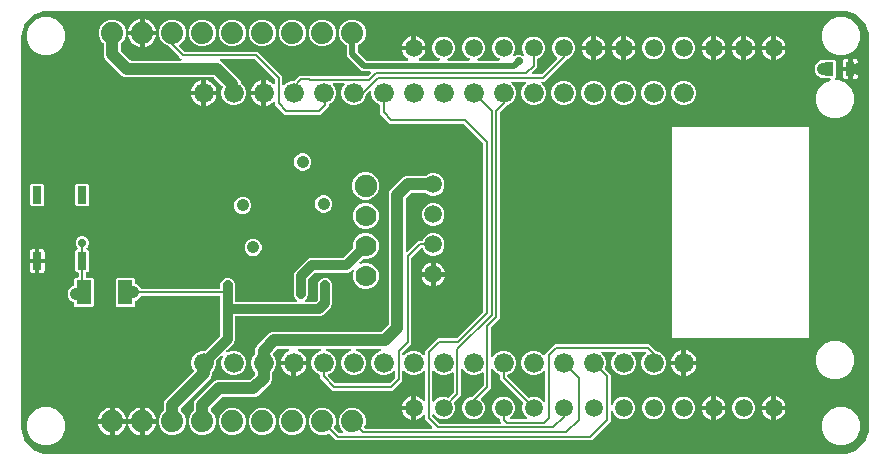
<source format=gbr>
G04 EAGLE Gerber RS-274X export*
G75*
%MOMM*%
%FSLAX34Y34*%
%LPD*%
%INBottom Copper*%
%IPPOS*%
%AMOC8*
5,1,8,0,0,1.08239X$1,22.5*%
G01*
%ADD10C,1.778000*%
%ADD11C,1.900000*%
%ADD12C,1.508000*%
%ADD13R,1.270000X2.060000*%
%ADD14R,0.800000X1.200000*%
%ADD15R,0.762000X1.524000*%
%ADD16C,1.676400*%
%ADD17C,1.879600*%
%ADD18C,1.056400*%
%ADD19C,0.254000*%
%ADD20C,0.706400*%
%ADD21C,0.812800*%
%ADD22C,0.200000*%
%ADD23C,1.016000*%
%ADD24C,0.508000*%

G36*
X702351Y3007D02*
X702351Y3007D01*
X702388Y3004D01*
X705736Y3267D01*
X705876Y3299D01*
X705966Y3313D01*
X712334Y5382D01*
X712336Y5383D01*
X712338Y5383D01*
X712370Y5399D01*
X712587Y5506D01*
X712600Y5517D01*
X712613Y5524D01*
X718029Y9460D01*
X718031Y9461D01*
X718033Y9462D01*
X718058Y9487D01*
X718232Y9656D01*
X718240Y9670D01*
X718250Y9681D01*
X722186Y15097D01*
X722187Y15099D01*
X722189Y15101D01*
X722205Y15132D01*
X722318Y15347D01*
X722321Y15363D01*
X722328Y15376D01*
X724397Y21744D01*
X724412Y21832D01*
X724412Y21833D01*
X724422Y21885D01*
X724443Y21974D01*
X724706Y25322D01*
X724704Y25363D01*
X724709Y25400D01*
X724709Y355600D01*
X724703Y355642D01*
X724706Y355678D01*
X724443Y359026D01*
X724411Y359166D01*
X724397Y359256D01*
X722328Y365624D01*
X722327Y365626D01*
X722327Y365628D01*
X722311Y365660D01*
X722204Y365877D01*
X722193Y365890D01*
X722186Y365903D01*
X718250Y371319D01*
X718249Y371321D01*
X718248Y371323D01*
X718229Y371342D01*
X718215Y371364D01*
X718149Y371424D01*
X718054Y371522D01*
X718040Y371530D01*
X718029Y371540D01*
X712613Y375476D01*
X712611Y375477D01*
X712609Y375479D01*
X712578Y375495D01*
X712363Y375608D01*
X712347Y375611D01*
X712334Y375618D01*
X705966Y377687D01*
X705825Y377712D01*
X705736Y377733D01*
X702388Y377996D01*
X702347Y377994D01*
X702310Y377999D01*
X29210Y377999D01*
X29168Y377993D01*
X29132Y377996D01*
X25784Y377733D01*
X25644Y377701D01*
X25554Y377687D01*
X19186Y375618D01*
X19184Y375617D01*
X19182Y375617D01*
X19150Y375601D01*
X18933Y375494D01*
X18920Y375483D01*
X18907Y375476D01*
X13491Y371540D01*
X13489Y371539D01*
X13487Y371538D01*
X13462Y371513D01*
X13387Y371440D01*
X13322Y371385D01*
X13309Y371364D01*
X13288Y371344D01*
X13280Y371330D01*
X13270Y371319D01*
X9334Y365903D01*
X9333Y365901D01*
X9331Y365899D01*
X9315Y365868D01*
X9202Y365653D01*
X9199Y365637D01*
X9192Y365624D01*
X7123Y359256D01*
X7098Y359115D01*
X7077Y359026D01*
X6814Y355678D01*
X6816Y355637D01*
X6811Y355600D01*
X6811Y25400D01*
X6817Y25358D01*
X6814Y25322D01*
X7077Y21974D01*
X7109Y21834D01*
X7123Y21744D01*
X9192Y15376D01*
X9193Y15374D01*
X9193Y15372D01*
X9209Y15340D01*
X9316Y15123D01*
X9327Y15110D01*
X9334Y15097D01*
X13270Y9681D01*
X13271Y9679D01*
X13272Y9677D01*
X13297Y9652D01*
X13466Y9478D01*
X13480Y9470D01*
X13491Y9460D01*
X18907Y5524D01*
X18909Y5523D01*
X18911Y5521D01*
X18942Y5505D01*
X19157Y5392D01*
X19173Y5389D01*
X19186Y5382D01*
X25554Y3313D01*
X25695Y3288D01*
X25784Y3267D01*
X29132Y3004D01*
X29173Y3006D01*
X29210Y3001D01*
X702310Y3001D01*
X702351Y3007D01*
G37*
%LPC*%
G36*
X273457Y14399D02*
X273457Y14399D01*
X271407Y16450D01*
X267816Y20041D01*
X267808Y20046D01*
X267802Y20054D01*
X267696Y20131D01*
X267590Y20210D01*
X267581Y20213D01*
X267573Y20219D01*
X267450Y20263D01*
X267326Y20310D01*
X267317Y20310D01*
X267308Y20313D01*
X267176Y20321D01*
X267045Y20331D01*
X267036Y20329D01*
X267026Y20330D01*
X266951Y20312D01*
X266769Y20274D01*
X266748Y20262D01*
X266727Y20257D01*
X263887Y19081D01*
X259353Y19081D01*
X255163Y20817D01*
X251957Y24023D01*
X250221Y28213D01*
X250221Y32747D01*
X251957Y36937D01*
X255163Y40143D01*
X259353Y41879D01*
X263887Y41879D01*
X268077Y40143D01*
X271283Y36937D01*
X273019Y32747D01*
X273019Y28213D01*
X271843Y25373D01*
X271840Y25364D01*
X271836Y25356D01*
X271805Y25227D01*
X271773Y25100D01*
X271773Y25091D01*
X271771Y25081D01*
X271777Y24949D01*
X271782Y24818D01*
X271785Y24809D01*
X271785Y24800D01*
X271828Y24675D01*
X271851Y24606D01*
X271857Y24585D01*
X271859Y24581D01*
X271869Y24550D01*
X271874Y24542D01*
X271878Y24533D01*
X271923Y24471D01*
X271964Y24411D01*
X272005Y24345D01*
X272016Y24334D01*
X272028Y24317D01*
X272047Y24302D01*
X272059Y24284D01*
X275650Y20693D01*
X275727Y20636D01*
X275798Y20571D01*
X275839Y20551D01*
X275876Y20524D01*
X275966Y20490D01*
X276052Y20448D01*
X276094Y20442D01*
X276140Y20425D01*
X276267Y20415D01*
X276357Y20401D01*
X278567Y20401D01*
X278599Y20405D01*
X278631Y20403D01*
X278738Y20425D01*
X278846Y20441D01*
X278875Y20454D01*
X278907Y20460D01*
X279003Y20512D01*
X279103Y20557D01*
X279127Y20578D01*
X279156Y20593D01*
X279234Y20669D01*
X279317Y20740D01*
X279335Y20767D01*
X279358Y20790D01*
X279412Y20885D01*
X279472Y20976D01*
X279481Y21007D01*
X279497Y21035D01*
X279522Y21141D01*
X279554Y21246D01*
X279554Y21278D01*
X279562Y21309D01*
X279556Y21419D01*
X279558Y21528D01*
X279549Y21559D01*
X279547Y21591D01*
X279512Y21694D01*
X279482Y21800D01*
X279466Y21827D01*
X279455Y21858D01*
X279402Y21931D01*
X279334Y22040D01*
X279298Y22072D01*
X279273Y22107D01*
X277357Y24023D01*
X275621Y28213D01*
X275621Y32747D01*
X277357Y36937D01*
X280563Y40143D01*
X284753Y41879D01*
X289287Y41879D01*
X293477Y40143D01*
X296683Y36937D01*
X298419Y32747D01*
X298419Y28213D01*
X297412Y25782D01*
X297383Y25668D01*
X297348Y25554D01*
X297348Y25531D01*
X297342Y25509D01*
X297346Y25391D01*
X297344Y25272D01*
X297350Y25250D01*
X297351Y25227D01*
X297388Y25115D01*
X297419Y25000D01*
X297431Y24981D01*
X297438Y24959D01*
X297505Y24861D01*
X297568Y24760D01*
X297585Y24745D01*
X297597Y24726D01*
X297689Y24651D01*
X297777Y24571D01*
X297797Y24561D01*
X297815Y24547D01*
X297924Y24500D01*
X298031Y24448D01*
X298052Y24445D01*
X298074Y24435D01*
X298259Y24413D01*
X298335Y24401D01*
X353753Y24401D01*
X353785Y24405D01*
X353817Y24403D01*
X353924Y24425D01*
X354032Y24441D01*
X354062Y24454D01*
X354093Y24460D01*
X354190Y24512D01*
X354289Y24557D01*
X354314Y24578D01*
X354342Y24593D01*
X354421Y24669D01*
X354504Y24740D01*
X354521Y24767D01*
X354544Y24790D01*
X354598Y24885D01*
X354658Y24976D01*
X354668Y25007D01*
X354683Y25035D01*
X354709Y25141D01*
X354740Y25246D01*
X354741Y25278D01*
X354748Y25309D01*
X354743Y25419D01*
X354744Y25528D01*
X354736Y25559D01*
X354734Y25591D01*
X354698Y25694D01*
X354669Y25800D01*
X354652Y25827D01*
X354642Y25858D01*
X354588Y25931D01*
X354521Y26040D01*
X354485Y26072D01*
X354460Y26107D01*
X350840Y29727D01*
X348789Y31777D01*
X348789Y35034D01*
X348781Y35093D01*
X348781Y35105D01*
X348777Y35118D01*
X348774Y35143D01*
X348765Y35254D01*
X348754Y35283D01*
X348749Y35313D01*
X348704Y35414D01*
X348665Y35517D01*
X348646Y35542D01*
X348633Y35570D01*
X348561Y35654D01*
X348495Y35742D01*
X348470Y35761D01*
X348450Y35785D01*
X348357Y35845D01*
X348269Y35911D01*
X348240Y35922D01*
X348214Y35939D01*
X348108Y35971D01*
X348005Y36010D01*
X347974Y36012D01*
X347944Y36021D01*
X347834Y36023D01*
X347724Y36031D01*
X347693Y36025D01*
X347662Y36025D01*
X347555Y35996D01*
X347448Y35973D01*
X347420Y35958D01*
X347390Y35950D01*
X347296Y35892D01*
X347199Y35840D01*
X347178Y35819D01*
X347150Y35802D01*
X347045Y35685D01*
X346982Y35621D01*
X346779Y35343D01*
X345657Y34221D01*
X344374Y33288D01*
X342960Y32568D01*
X341451Y32077D01*
X341089Y32020D01*
X341089Y40910D01*
X341080Y40973D01*
X341081Y41038D01*
X341060Y41112D01*
X341049Y41189D01*
X341023Y41248D01*
X341006Y41310D01*
X340965Y41376D01*
X340933Y41446D01*
X340891Y41495D01*
X340858Y41550D01*
X340800Y41601D01*
X340750Y41660D01*
X340696Y41696D01*
X340648Y41739D01*
X340579Y41772D01*
X340514Y41815D01*
X340452Y41834D01*
X340395Y41862D01*
X340325Y41872D01*
X340244Y41897D01*
X340159Y41898D01*
X340090Y41909D01*
X339089Y41909D01*
X339089Y41911D01*
X340090Y41911D01*
X340154Y41920D01*
X340218Y41919D01*
X340293Y41940D01*
X340369Y41951D01*
X340428Y41977D01*
X340490Y41994D01*
X340556Y42035D01*
X340626Y42067D01*
X340675Y42109D01*
X340730Y42142D01*
X340782Y42200D01*
X340840Y42250D01*
X340876Y42304D01*
X340919Y42352D01*
X340952Y42421D01*
X340995Y42486D01*
X341014Y42548D01*
X341042Y42606D01*
X341052Y42675D01*
X341077Y42756D01*
X341078Y42841D01*
X341089Y42910D01*
X341089Y51800D01*
X341451Y51743D01*
X342960Y51252D01*
X344374Y50532D01*
X345657Y49599D01*
X346779Y48477D01*
X346982Y48199D01*
X347058Y48119D01*
X347130Y48035D01*
X347156Y48018D01*
X347178Y47996D01*
X347274Y47941D01*
X347366Y47881D01*
X347396Y47872D01*
X347423Y47856D01*
X347530Y47831D01*
X347636Y47799D01*
X347667Y47798D01*
X347697Y47791D01*
X347808Y47796D01*
X347918Y47795D01*
X347948Y47803D01*
X347979Y47805D01*
X348083Y47840D01*
X348190Y47870D01*
X348216Y47886D01*
X348246Y47896D01*
X348336Y47960D01*
X348430Y48018D01*
X348451Y48041D01*
X348476Y48059D01*
X348545Y48145D01*
X348619Y48227D01*
X348632Y48255D01*
X348652Y48280D01*
X348694Y48382D01*
X348742Y48481D01*
X348746Y48510D01*
X348759Y48541D01*
X348775Y48697D01*
X348789Y48786D01*
X348789Y72613D01*
X348785Y72645D01*
X348787Y72678D01*
X348765Y72784D01*
X348749Y72893D01*
X348736Y72922D01*
X348730Y72954D01*
X348678Y73050D01*
X348633Y73150D01*
X348612Y73174D01*
X348597Y73203D01*
X348521Y73281D01*
X348450Y73364D01*
X348423Y73382D01*
X348400Y73405D01*
X348305Y73458D01*
X348214Y73518D01*
X348183Y73528D01*
X348155Y73544D01*
X348049Y73569D01*
X347944Y73601D01*
X347912Y73601D01*
X347881Y73609D01*
X347771Y73603D01*
X347662Y73605D01*
X347631Y73596D01*
X347599Y73594D01*
X347496Y73559D01*
X347390Y73529D01*
X347363Y73512D01*
X347332Y73502D01*
X347259Y73448D01*
X347150Y73381D01*
X347118Y73345D01*
X347083Y73320D01*
X344971Y71208D01*
X341155Y69627D01*
X337025Y69627D01*
X333209Y71208D01*
X331145Y73272D01*
X331119Y73291D01*
X331098Y73316D01*
X331006Y73376D01*
X330919Y73441D01*
X330889Y73453D01*
X330862Y73470D01*
X330757Y73502D01*
X330655Y73541D01*
X330623Y73543D01*
X330592Y73553D01*
X330483Y73554D01*
X330374Y73563D01*
X330342Y73556D01*
X330310Y73557D01*
X330205Y73527D01*
X330098Y73505D01*
X330069Y73490D01*
X330038Y73481D01*
X329945Y73424D01*
X329849Y73373D01*
X329826Y73350D01*
X329798Y73333D01*
X329725Y73252D01*
X329647Y73176D01*
X329631Y73148D01*
X329609Y73124D01*
X329562Y73026D01*
X329508Y72930D01*
X329500Y72899D01*
X329486Y72870D01*
X329472Y72781D01*
X329443Y72656D01*
X329445Y72608D01*
X329439Y72565D01*
X329439Y64845D01*
X321283Y56689D01*
X270537Y56689D01*
X259889Y67337D01*
X259889Y69347D01*
X259888Y69356D01*
X259889Y69366D01*
X259868Y69496D01*
X259849Y69626D01*
X259846Y69635D01*
X259844Y69644D01*
X259787Y69764D01*
X259733Y69883D01*
X259727Y69890D01*
X259723Y69899D01*
X259635Y69998D01*
X259550Y70098D01*
X259542Y70103D01*
X259536Y70110D01*
X259470Y70150D01*
X259314Y70252D01*
X259291Y70259D01*
X259272Y70270D01*
X257009Y71208D01*
X254088Y74129D01*
X252507Y77945D01*
X252507Y82075D01*
X254088Y85891D01*
X257009Y88812D01*
X260014Y90057D01*
X260089Y90101D01*
X260168Y90137D01*
X260209Y90172D01*
X260257Y90200D01*
X260316Y90264D01*
X260382Y90320D01*
X260412Y90366D01*
X260449Y90406D01*
X260489Y90483D01*
X260536Y90556D01*
X260552Y90609D01*
X260577Y90658D01*
X260593Y90743D01*
X260619Y90826D01*
X260619Y90881D01*
X260630Y90935D01*
X260621Y91021D01*
X260622Y91108D01*
X260608Y91161D01*
X260603Y91215D01*
X260570Y91296D01*
X260547Y91380D01*
X260518Y91427D01*
X260498Y91477D01*
X260445Y91546D01*
X260399Y91620D01*
X260358Y91657D01*
X260325Y91700D01*
X260254Y91750D01*
X260190Y91809D01*
X260140Y91833D01*
X260096Y91865D01*
X260014Y91894D01*
X259936Y91932D01*
X259886Y91940D01*
X259830Y91959D01*
X259717Y91966D01*
X259631Y91979D01*
X242221Y91979D01*
X242173Y91973D01*
X242126Y91975D01*
X242034Y91953D01*
X241941Y91939D01*
X241898Y91920D01*
X241851Y91909D01*
X241770Y91862D01*
X241684Y91823D01*
X241648Y91792D01*
X241607Y91768D01*
X241541Y91701D01*
X241470Y91640D01*
X241444Y91600D01*
X241411Y91566D01*
X241367Y91483D01*
X241316Y91404D01*
X241302Y91358D01*
X241279Y91316D01*
X241261Y91224D01*
X241233Y91134D01*
X241233Y91086D01*
X241223Y91040D01*
X241231Y90946D01*
X241229Y90852D01*
X241242Y90806D01*
X241246Y90759D01*
X241280Y90671D01*
X241305Y90580D01*
X241330Y90540D01*
X241347Y90495D01*
X241403Y90420D01*
X241453Y90340D01*
X241488Y90308D01*
X241517Y90270D01*
X241584Y90222D01*
X241662Y90151D01*
X241721Y90123D01*
X241767Y90090D01*
X243215Y89352D01*
X244606Y88341D01*
X245821Y87126D01*
X246832Y85735D01*
X247613Y84203D01*
X248144Y82568D01*
X248232Y82009D01*
X238490Y82009D01*
X238427Y82000D01*
X238362Y82001D01*
X238288Y81980D01*
X238211Y81969D01*
X238152Y81943D01*
X238090Y81926D01*
X238024Y81885D01*
X237954Y81853D01*
X237905Y81811D01*
X237850Y81778D01*
X237799Y81720D01*
X237740Y81670D01*
X237704Y81616D01*
X237661Y81568D01*
X237628Y81499D01*
X237585Y81434D01*
X237566Y81372D01*
X237538Y81315D01*
X237528Y81245D01*
X237503Y81164D01*
X237502Y81079D01*
X237491Y81010D01*
X237491Y80009D01*
X237489Y80009D01*
X237489Y81010D01*
X237481Y81068D01*
X237481Y81070D01*
X237480Y81073D01*
X237480Y81074D01*
X237481Y81138D01*
X237460Y81213D01*
X237449Y81289D01*
X237423Y81348D01*
X237406Y81410D01*
X237365Y81476D01*
X237333Y81546D01*
X237291Y81595D01*
X237258Y81650D01*
X237200Y81702D01*
X237150Y81760D01*
X237096Y81796D01*
X237048Y81839D01*
X236979Y81872D01*
X236914Y81915D01*
X236852Y81934D01*
X236794Y81962D01*
X236725Y81972D01*
X236644Y81997D01*
X236559Y81998D01*
X236490Y82009D01*
X226748Y82009D01*
X226836Y82568D01*
X227367Y84203D01*
X228148Y85735D01*
X229159Y87126D01*
X230374Y88341D01*
X231765Y89352D01*
X233213Y90090D01*
X233252Y90117D01*
X233296Y90137D01*
X233367Y90198D01*
X233444Y90252D01*
X233474Y90289D01*
X233510Y90320D01*
X233561Y90399D01*
X233620Y90472D01*
X233638Y90516D01*
X233664Y90556D01*
X233692Y90646D01*
X233728Y90733D01*
X233733Y90780D01*
X233747Y90826D01*
X233748Y90920D01*
X233758Y91013D01*
X233750Y91060D01*
X233751Y91108D01*
X233725Y91199D01*
X233709Y91291D01*
X233688Y91334D01*
X233675Y91380D01*
X233626Y91460D01*
X233584Y91544D01*
X233552Y91579D01*
X233527Y91620D01*
X233457Y91683D01*
X233394Y91752D01*
X233353Y91777D01*
X233318Y91809D01*
X233233Y91850D01*
X233153Y91898D01*
X233107Y91911D01*
X233064Y91932D01*
X232983Y91944D01*
X232881Y91972D01*
X232815Y91971D01*
X232759Y91979D01*
X224327Y91979D01*
X224232Y91966D01*
X224136Y91961D01*
X224093Y91946D01*
X224048Y91939D01*
X223960Y91900D01*
X223869Y91868D01*
X223835Y91843D01*
X223791Y91823D01*
X223693Y91740D01*
X223620Y91687D01*
X220065Y88131D01*
X220027Y88080D01*
X219980Y88035D01*
X219942Y87968D01*
X219896Y87906D01*
X219873Y87846D01*
X219841Y87790D01*
X219824Y87714D01*
X219796Y87642D01*
X219791Y87578D01*
X219777Y87515D01*
X219780Y87438D01*
X219774Y87361D01*
X219788Y87298D01*
X219791Y87234D01*
X219816Y87161D01*
X219832Y87085D01*
X219862Y87028D01*
X219883Y86967D01*
X219925Y86911D01*
X219965Y86836D01*
X220024Y86775D01*
X220065Y86718D01*
X220892Y85891D01*
X222473Y82075D01*
X222473Y77945D01*
X220892Y74129D01*
X219463Y72700D01*
X219406Y72623D01*
X219341Y72552D01*
X219321Y72511D01*
X219294Y72474D01*
X219260Y72384D01*
X219218Y72298D01*
X219212Y72256D01*
X219195Y72211D01*
X219187Y72119D01*
X219183Y72103D01*
X219182Y72067D01*
X219171Y71993D01*
X219171Y65902D01*
X218093Y63299D01*
X207211Y52417D01*
X204608Y51339D01*
X177337Y51339D01*
X177242Y51326D01*
X177146Y51321D01*
X177103Y51306D01*
X177058Y51299D01*
X176970Y51260D01*
X176879Y51228D01*
X176845Y51203D01*
X176801Y51183D01*
X176703Y51100D01*
X176630Y51047D01*
X167393Y41810D01*
X167336Y41733D01*
X167271Y41662D01*
X167251Y41621D01*
X167224Y41584D01*
X167190Y41494D01*
X167148Y41408D01*
X167142Y41366D01*
X167125Y41320D01*
X167115Y41193D01*
X167101Y41103D01*
X167101Y39933D01*
X167109Y39873D01*
X167109Y39845D01*
X167115Y39823D01*
X167119Y39742D01*
X167134Y39699D01*
X167141Y39654D01*
X167180Y39567D01*
X167212Y39476D01*
X167237Y39441D01*
X167257Y39397D01*
X167340Y39300D01*
X167393Y39227D01*
X169683Y36937D01*
X171419Y32747D01*
X171419Y28213D01*
X169683Y24023D01*
X166477Y20817D01*
X162287Y19081D01*
X157753Y19081D01*
X153563Y20817D01*
X150357Y24023D01*
X148621Y28213D01*
X148621Y32747D01*
X150357Y36937D01*
X152647Y39227D01*
X152704Y39304D01*
X152769Y39375D01*
X152789Y39416D01*
X152816Y39452D01*
X152850Y39542D01*
X152892Y39629D01*
X152898Y39671D01*
X152915Y39716D01*
X152922Y39801D01*
X152927Y39819D01*
X152928Y39860D01*
X152939Y39933D01*
X152939Y45858D01*
X154017Y48461D01*
X169979Y64423D01*
X172582Y65501D01*
X199853Y65501D01*
X199948Y65514D01*
X200044Y65519D01*
X200087Y65534D01*
X200132Y65541D01*
X200220Y65580D01*
X200311Y65612D01*
X200345Y65637D01*
X200389Y65657D01*
X200487Y65740D01*
X200560Y65793D01*
X204717Y69950D01*
X204774Y70027D01*
X204839Y70098D01*
X204859Y70139D01*
X204886Y70176D01*
X204920Y70266D01*
X204962Y70352D01*
X204968Y70394D01*
X204985Y70440D01*
X204995Y70567D01*
X205009Y70657D01*
X205009Y71993D01*
X205001Y72053D01*
X205001Y72077D01*
X204995Y72098D01*
X204991Y72185D01*
X204976Y72228D01*
X204969Y72273D01*
X204930Y72360D01*
X204898Y72451D01*
X204873Y72485D01*
X204853Y72530D01*
X204770Y72627D01*
X204717Y72700D01*
X203288Y74129D01*
X201707Y77945D01*
X201707Y82075D01*
X203288Y85891D01*
X204717Y87320D01*
X204774Y87397D01*
X204839Y87468D01*
X204859Y87509D01*
X204886Y87546D01*
X204920Y87636D01*
X204962Y87722D01*
X204968Y87764D01*
X204985Y87809D01*
X204995Y87937D01*
X205009Y88027D01*
X205009Y91578D01*
X206087Y94181D01*
X216969Y105063D01*
X219572Y106141D01*
X311613Y106141D01*
X311708Y106154D01*
X311804Y106159D01*
X311847Y106174D01*
X311892Y106181D01*
X311980Y106220D01*
X312071Y106252D01*
X312105Y106277D01*
X312149Y106297D01*
X312247Y106380D01*
X312320Y106433D01*
X317747Y111860D01*
X317804Y111937D01*
X317869Y112008D01*
X317889Y112049D01*
X317916Y112086D01*
X317950Y112176D01*
X317992Y112262D01*
X317998Y112304D01*
X318015Y112350D01*
X318025Y112477D01*
X318039Y112567D01*
X318039Y223658D01*
X319117Y226261D01*
X329999Y237143D01*
X332602Y238221D01*
X348774Y238221D01*
X348869Y238234D01*
X348965Y238239D01*
X349008Y238254D01*
X349053Y238261D01*
X349141Y238300D01*
X349232Y238332D01*
X349266Y238357D01*
X349310Y238377D01*
X349408Y238460D01*
X349481Y238513D01*
X350196Y239228D01*
X353702Y240681D01*
X357498Y240681D01*
X361004Y239228D01*
X363688Y236544D01*
X365141Y233038D01*
X365141Y229242D01*
X363688Y225736D01*
X361004Y223052D01*
X357498Y221599D01*
X353702Y221599D01*
X350196Y223052D01*
X349481Y223767D01*
X349404Y223824D01*
X349333Y223889D01*
X349292Y223909D01*
X349255Y223936D01*
X349165Y223970D01*
X349079Y224012D01*
X349037Y224018D01*
X348991Y224035D01*
X348864Y224045D01*
X348774Y224059D01*
X337357Y224059D01*
X337262Y224046D01*
X337166Y224041D01*
X337123Y224026D01*
X337078Y224019D01*
X336990Y223980D01*
X336899Y223948D01*
X336865Y223923D01*
X336821Y223903D01*
X336723Y223820D01*
X336650Y223767D01*
X332493Y219610D01*
X332436Y219533D01*
X332371Y219462D01*
X332351Y219421D01*
X332324Y219384D01*
X332290Y219294D01*
X332248Y219208D01*
X332242Y219166D01*
X332225Y219120D01*
X332215Y219002D01*
X332213Y218993D01*
X332213Y218979D01*
X332201Y218903D01*
X332201Y175027D01*
X332205Y174995D01*
X332203Y174963D01*
X332225Y174856D01*
X332241Y174748D01*
X332254Y174718D01*
X332260Y174687D01*
X332312Y174590D01*
X332357Y174491D01*
X332378Y174466D01*
X332393Y174438D01*
X332469Y174359D01*
X332540Y174276D01*
X332567Y174259D01*
X332590Y174236D01*
X332685Y174182D01*
X332776Y174122D01*
X332807Y174112D01*
X332835Y174097D01*
X332942Y174071D01*
X333046Y174040D01*
X333078Y174039D01*
X333109Y174032D01*
X333219Y174037D01*
X333328Y174036D01*
X333359Y174044D01*
X333391Y174046D01*
X333494Y174082D01*
X333600Y174111D01*
X333627Y174128D01*
X333658Y174138D01*
X333731Y174192D01*
X333840Y174259D01*
X333872Y174295D01*
X333907Y174320D01*
X342927Y183341D01*
X345848Y183341D01*
X345858Y183342D01*
X345867Y183341D01*
X345997Y183362D01*
X346128Y183381D01*
X346136Y183384D01*
X346146Y183386D01*
X346265Y183443D01*
X346385Y183497D01*
X346392Y183503D01*
X346400Y183507D01*
X346499Y183595D01*
X346599Y183680D01*
X346604Y183688D01*
X346611Y183694D01*
X346651Y183760D01*
X346753Y183916D01*
X346760Y183939D01*
X346772Y183958D01*
X347512Y185744D01*
X350196Y188428D01*
X353702Y189881D01*
X357498Y189881D01*
X361004Y188428D01*
X363688Y185744D01*
X365141Y182238D01*
X365141Y178442D01*
X363688Y174936D01*
X361004Y172252D01*
X357498Y170799D01*
X353702Y170799D01*
X350196Y172252D01*
X347512Y174936D01*
X346772Y176722D01*
X346767Y176731D01*
X346764Y176740D01*
X346695Y176852D01*
X346628Y176965D01*
X346621Y176972D01*
X346616Y176980D01*
X346518Y177068D01*
X346422Y177158D01*
X346414Y177162D01*
X346407Y177169D01*
X346288Y177226D01*
X346171Y177286D01*
X346162Y177288D01*
X346153Y177292D01*
X346077Y177304D01*
X345947Y177328D01*
X345917Y177335D01*
X345912Y177335D01*
X345894Y177338D01*
X345870Y177336D01*
X345848Y177339D01*
X345827Y177339D01*
X345732Y177326D01*
X345636Y177321D01*
X345593Y177306D01*
X345548Y177299D01*
X345460Y177260D01*
X345369Y177228D01*
X345335Y177203D01*
X345291Y177183D01*
X345193Y177100D01*
X345120Y177047D01*
X337303Y169230D01*
X337246Y169153D01*
X337181Y169082D01*
X337161Y169041D01*
X337134Y169004D01*
X337100Y168914D01*
X337058Y168828D01*
X337052Y168786D01*
X337035Y168740D01*
X337025Y168613D01*
X337011Y168523D01*
X337011Y96134D01*
X334960Y94083D01*
X329731Y88854D01*
X329674Y88777D01*
X329609Y88706D01*
X329589Y88665D01*
X329562Y88629D01*
X329528Y88539D01*
X329486Y88452D01*
X329480Y88410D01*
X329463Y88365D01*
X329453Y88237D01*
X329439Y88148D01*
X329439Y87455D01*
X329443Y87423D01*
X329441Y87390D01*
X329463Y87284D01*
X329479Y87175D01*
X329492Y87146D01*
X329498Y87114D01*
X329550Y87018D01*
X329595Y86918D01*
X329616Y86894D01*
X329631Y86865D01*
X329707Y86787D01*
X329778Y86704D01*
X329805Y86686D01*
X329828Y86663D01*
X329923Y86610D01*
X330014Y86550D01*
X330045Y86540D01*
X330073Y86524D01*
X330179Y86499D01*
X330284Y86467D01*
X330316Y86467D01*
X330347Y86459D01*
X330457Y86465D01*
X330566Y86463D01*
X330597Y86472D01*
X330629Y86474D01*
X330732Y86509D01*
X330838Y86539D01*
X330865Y86556D01*
X330896Y86566D01*
X330969Y86620D01*
X331078Y86687D01*
X331110Y86723D01*
X331145Y86748D01*
X333209Y88812D01*
X337025Y90393D01*
X341155Y90393D01*
X344971Y88812D01*
X347083Y86700D01*
X347109Y86681D01*
X347130Y86656D01*
X347222Y86596D01*
X347309Y86531D01*
X347339Y86519D01*
X347366Y86502D01*
X347471Y86470D01*
X347573Y86431D01*
X347605Y86429D01*
X347636Y86419D01*
X347745Y86418D01*
X347854Y86409D01*
X347886Y86416D01*
X347918Y86415D01*
X348023Y86445D01*
X348130Y86467D01*
X348159Y86482D01*
X348190Y86491D01*
X348283Y86548D01*
X348379Y86599D01*
X348402Y86622D01*
X348430Y86639D01*
X348503Y86720D01*
X348581Y86796D01*
X348597Y86824D01*
X348619Y86848D01*
X348666Y86946D01*
X348720Y87042D01*
X348728Y87073D01*
X348742Y87102D01*
X348756Y87191D01*
X348785Y87316D01*
X348783Y87364D01*
X348789Y87407D01*
X348789Y90143D01*
X359437Y100791D01*
X374956Y100791D01*
X375051Y100804D01*
X375147Y100809D01*
X375191Y100824D01*
X375235Y100831D01*
X375323Y100870D01*
X375414Y100902D01*
X375448Y100927D01*
X375492Y100947D01*
X375590Y101030D01*
X375663Y101083D01*
X397837Y123257D01*
X397894Y123334D01*
X397959Y123405D01*
X397979Y123446D01*
X398006Y123483D01*
X398040Y123573D01*
X398082Y123659D01*
X398088Y123701D01*
X398105Y123747D01*
X398115Y123874D01*
X398129Y123964D01*
X398129Y265233D01*
X398116Y265328D01*
X398111Y265424D01*
X398096Y265467D01*
X398089Y265512D01*
X398050Y265600D01*
X398018Y265691D01*
X397993Y265725D01*
X397973Y265769D01*
X397890Y265867D01*
X397837Y265940D01*
X381320Y282457D01*
X381243Y282514D01*
X381172Y282579D01*
X381131Y282599D01*
X381094Y282626D01*
X381004Y282660D01*
X380918Y282702D01*
X380876Y282708D01*
X380830Y282725D01*
X380703Y282735D01*
X380613Y282749D01*
X318797Y282749D01*
X310689Y290857D01*
X310689Y297947D01*
X310688Y297957D01*
X310689Y297966D01*
X310668Y298096D01*
X310649Y298226D01*
X310646Y298235D01*
X310644Y298244D01*
X310587Y298364D01*
X310533Y298483D01*
X310527Y298490D01*
X310523Y298499D01*
X310435Y298598D01*
X310350Y298698D01*
X310342Y298703D01*
X310336Y298710D01*
X310270Y298750D01*
X310114Y298852D01*
X310091Y298859D01*
X310072Y298870D01*
X307809Y299808D01*
X304888Y302729D01*
X303307Y306545D01*
X303307Y309351D01*
X303303Y309383D01*
X303305Y309415D01*
X303283Y309522D01*
X303267Y309630D01*
X303254Y309660D01*
X303248Y309691D01*
X303196Y309788D01*
X303151Y309887D01*
X303130Y309912D01*
X303115Y309940D01*
X303039Y310019D01*
X302968Y310102D01*
X302941Y310119D01*
X302918Y310142D01*
X302823Y310196D01*
X302732Y310256D01*
X302701Y310266D01*
X302673Y310281D01*
X302567Y310307D01*
X302462Y310338D01*
X302430Y310339D01*
X302399Y310346D01*
X302289Y310341D01*
X302180Y310342D01*
X302149Y310334D01*
X302117Y310332D01*
X302014Y310296D01*
X301908Y310267D01*
X301881Y310250D01*
X301850Y310240D01*
X301777Y310186D01*
X301668Y310119D01*
X301636Y310083D01*
X301601Y310058D01*
X299203Y307660D01*
X298965Y307422D01*
X298908Y307345D01*
X298843Y307274D01*
X298823Y307233D01*
X298796Y307196D01*
X298762Y307106D01*
X298720Y307020D01*
X298714Y306978D01*
X298697Y306932D01*
X298687Y306805D01*
X298673Y306715D01*
X298673Y306545D01*
X297092Y302729D01*
X294171Y299808D01*
X290355Y298227D01*
X286225Y298227D01*
X282409Y299808D01*
X279488Y302729D01*
X277907Y306545D01*
X277907Y310675D01*
X279488Y314491D01*
X280282Y315285D01*
X280301Y315311D01*
X280326Y315332D01*
X280386Y315424D01*
X280451Y315511D01*
X280463Y315541D01*
X280480Y315568D01*
X280512Y315673D01*
X280551Y315775D01*
X280553Y315807D01*
X280563Y315838D01*
X280564Y315947D01*
X280573Y316056D01*
X280566Y316088D01*
X280567Y316120D01*
X280537Y316225D01*
X280515Y316332D01*
X280500Y316361D01*
X280491Y316392D01*
X280434Y316485D01*
X280383Y316581D01*
X280360Y316604D01*
X280343Y316632D01*
X280262Y316705D01*
X280186Y316783D01*
X280158Y316799D01*
X280134Y316821D01*
X280036Y316868D01*
X279940Y316922D01*
X279909Y316930D01*
X279880Y316944D01*
X279791Y316958D01*
X279666Y316987D01*
X279618Y316985D01*
X279575Y316991D01*
X271605Y316991D01*
X271573Y316987D01*
X271540Y316989D01*
X271433Y316967D01*
X271325Y316951D01*
X271296Y316938D01*
X271264Y316932D01*
X271168Y316880D01*
X271068Y316835D01*
X271044Y316814D01*
X271015Y316799D01*
X270937Y316723D01*
X270854Y316652D01*
X270836Y316625D01*
X270813Y316602D01*
X270760Y316507D01*
X270700Y316416D01*
X270690Y316385D01*
X270674Y316357D01*
X270649Y316251D01*
X270617Y316146D01*
X270617Y316114D01*
X270609Y316083D01*
X270615Y315973D01*
X270613Y315864D01*
X270622Y315833D01*
X270624Y315801D01*
X270659Y315698D01*
X270689Y315592D01*
X270706Y315565D01*
X270716Y315534D01*
X270770Y315461D01*
X270837Y315352D01*
X270873Y315320D01*
X270898Y315285D01*
X271692Y314491D01*
X273273Y310675D01*
X273273Y306545D01*
X271692Y302729D01*
X268771Y299808D01*
X267778Y299396D01*
X267769Y299392D01*
X267760Y299389D01*
X267648Y299319D01*
X267535Y299253D01*
X267528Y299246D01*
X267520Y299241D01*
X267432Y299143D01*
X267342Y299047D01*
X267338Y299039D01*
X267331Y299032D01*
X267274Y298913D01*
X267214Y298796D01*
X267212Y298786D01*
X267208Y298778D01*
X267196Y298702D01*
X267162Y298518D01*
X267164Y298495D01*
X267161Y298473D01*
X267161Y297207D01*
X260323Y290369D01*
X229897Y290369D01*
X221789Y298477D01*
X221789Y300450D01*
X221785Y300482D01*
X221787Y300514D01*
X221765Y300621D01*
X221749Y300729D01*
X221736Y300758D01*
X221730Y300790D01*
X221678Y300886D01*
X221633Y300986D01*
X221612Y301010D01*
X221597Y301039D01*
X221521Y301117D01*
X221450Y301200D01*
X221423Y301218D01*
X221400Y301241D01*
X221305Y301295D01*
X221214Y301355D01*
X221183Y301364D01*
X221155Y301380D01*
X221049Y301405D01*
X220944Y301437D01*
X220912Y301438D01*
X220881Y301445D01*
X220771Y301439D01*
X220662Y301441D01*
X220631Y301432D01*
X220599Y301431D01*
X220496Y301395D01*
X220390Y301366D01*
X220363Y301349D01*
X220332Y301338D01*
X220259Y301285D01*
X220150Y301217D01*
X220118Y301181D01*
X220083Y301156D01*
X219206Y300279D01*
X217815Y299268D01*
X216283Y298487D01*
X214648Y297956D01*
X214089Y297868D01*
X214089Y307610D01*
X214080Y307673D01*
X214081Y307738D01*
X214060Y307812D01*
X214049Y307889D01*
X214023Y307948D01*
X214006Y308010D01*
X213965Y308076D01*
X213933Y308146D01*
X213891Y308195D01*
X213858Y308250D01*
X213800Y308301D01*
X213750Y308360D01*
X213696Y308396D01*
X213648Y308439D01*
X213579Y308472D01*
X213514Y308515D01*
X213452Y308534D01*
X213395Y308562D01*
X213325Y308572D01*
X213244Y308597D01*
X213159Y308598D01*
X213090Y308609D01*
X212089Y308609D01*
X212089Y308611D01*
X213090Y308611D01*
X213154Y308620D01*
X213218Y308619D01*
X213293Y308640D01*
X213369Y308651D01*
X213428Y308677D01*
X213490Y308694D01*
X213556Y308735D01*
X213626Y308767D01*
X213675Y308809D01*
X213730Y308842D01*
X213782Y308900D01*
X213840Y308950D01*
X213876Y309004D01*
X213919Y309052D01*
X213952Y309121D01*
X213995Y309186D01*
X214014Y309248D01*
X214042Y309306D01*
X214052Y309375D01*
X214077Y309456D01*
X214078Y309541D01*
X214089Y309610D01*
X214089Y319352D01*
X214648Y319264D01*
X216283Y318733D01*
X217815Y317952D01*
X219206Y316941D01*
X220083Y316064D01*
X220109Y316044D01*
X220130Y316020D01*
X220222Y315960D01*
X220309Y315894D01*
X220339Y315883D01*
X220366Y315865D01*
X220471Y315833D01*
X220573Y315795D01*
X220605Y315792D01*
X220636Y315783D01*
X220745Y315781D01*
X220854Y315773D01*
X220886Y315780D01*
X220918Y315779D01*
X221023Y315808D01*
X221130Y315831D01*
X221159Y315846D01*
X221190Y315854D01*
X221283Y315912D01*
X221379Y315963D01*
X221402Y315986D01*
X221430Y316003D01*
X221503Y316083D01*
X221581Y316160D01*
X221597Y316188D01*
X221619Y316212D01*
X221666Y316310D01*
X221720Y316405D01*
X221728Y316437D01*
X221742Y316466D01*
X221756Y316555D01*
X221785Y316680D01*
X221783Y316728D01*
X221789Y316770D01*
X221789Y319653D01*
X221776Y319748D01*
X221771Y319844D01*
X221756Y319887D01*
X221749Y319932D01*
X221710Y320020D01*
X221678Y320111D01*
X221653Y320145D01*
X221633Y320189D01*
X221550Y320287D01*
X221497Y320360D01*
X204790Y337067D01*
X204713Y337124D01*
X204642Y337189D01*
X204601Y337209D01*
X204564Y337236D01*
X204474Y337270D01*
X204388Y337312D01*
X204346Y337318D01*
X204300Y337335D01*
X204173Y337345D01*
X204083Y337359D01*
X175896Y337359D01*
X175810Y337347D01*
X175724Y337344D01*
X175671Y337327D01*
X175617Y337319D01*
X175538Y337284D01*
X175456Y337257D01*
X175410Y337226D01*
X175360Y337203D01*
X175294Y337147D01*
X175223Y337098D01*
X175188Y337056D01*
X175146Y337020D01*
X175098Y336947D01*
X175043Y336880D01*
X175022Y336830D01*
X174991Y336784D01*
X174966Y336701D01*
X174932Y336621D01*
X174925Y336567D01*
X174909Y336514D01*
X174908Y336427D01*
X174897Y336341D01*
X174906Y336287D01*
X174905Y336232D01*
X174928Y336148D01*
X174942Y336063D01*
X174966Y336013D01*
X174981Y335960D01*
X175026Y335887D01*
X175063Y335808D01*
X175100Y335767D01*
X175129Y335720D01*
X175193Y335662D01*
X175251Y335597D01*
X175294Y335571D01*
X175338Y335531D01*
X175440Y335482D01*
X175514Y335437D01*
X176731Y334933D01*
X191423Y320241D01*
X192535Y317556D01*
X192556Y317520D01*
X192570Y317481D01*
X192620Y317411D01*
X192678Y317313D01*
X192721Y317273D01*
X192751Y317232D01*
X195492Y314491D01*
X197073Y310675D01*
X197073Y306545D01*
X195492Y302729D01*
X192571Y299808D01*
X188755Y298227D01*
X184625Y298227D01*
X180809Y299808D01*
X177888Y302729D01*
X176307Y306545D01*
X176307Y310675D01*
X177415Y313349D01*
X177417Y313358D01*
X177422Y313367D01*
X177452Y313495D01*
X177485Y313622D01*
X177485Y313632D01*
X177487Y313641D01*
X177480Y313774D01*
X177476Y313904D01*
X177473Y313913D01*
X177472Y313923D01*
X177429Y314047D01*
X177388Y314172D01*
X177383Y314180D01*
X177380Y314189D01*
X177334Y314251D01*
X177230Y314405D01*
X177211Y314421D01*
X177198Y314438D01*
X170080Y321557D01*
X170003Y321614D01*
X169932Y321679D01*
X169891Y321699D01*
X169854Y321726D01*
X169764Y321760D01*
X169678Y321802D01*
X169636Y321808D01*
X169590Y321825D01*
X169463Y321835D01*
X169373Y321849D01*
X95112Y321849D01*
X92509Y322927D01*
X77817Y337619D01*
X76739Y340222D01*
X76739Y349957D01*
X76726Y350052D01*
X76721Y350148D01*
X76706Y350191D01*
X76699Y350236D01*
X76660Y350323D01*
X76628Y350414D01*
X76603Y350449D01*
X76583Y350493D01*
X76500Y350590D01*
X76447Y350663D01*
X74157Y352953D01*
X72421Y357143D01*
X72421Y361677D01*
X74157Y365867D01*
X77363Y369073D01*
X81553Y370809D01*
X86087Y370809D01*
X90277Y369073D01*
X93483Y365867D01*
X95219Y361677D01*
X95219Y357143D01*
X93483Y352953D01*
X91193Y350663D01*
X91136Y350586D01*
X91071Y350515D01*
X91051Y350474D01*
X91024Y350438D01*
X90990Y350348D01*
X90948Y350261D01*
X90942Y350219D01*
X90925Y350174D01*
X90915Y350046D01*
X90901Y349957D01*
X90901Y344977D01*
X90914Y344882D01*
X90919Y344786D01*
X90934Y344743D01*
X90941Y344698D01*
X90980Y344610D01*
X91012Y344519D01*
X91037Y344485D01*
X91057Y344441D01*
X91140Y344343D01*
X91193Y344270D01*
X99160Y336303D01*
X99237Y336246D01*
X99308Y336181D01*
X99349Y336161D01*
X99386Y336134D01*
X99476Y336100D01*
X99562Y336058D01*
X99604Y336052D01*
X99650Y336035D01*
X99777Y336025D01*
X99867Y336011D01*
X141663Y336011D01*
X141695Y336015D01*
X141727Y336013D01*
X141834Y336035D01*
X141942Y336051D01*
X141972Y336064D01*
X142003Y336070D01*
X142100Y336122D01*
X142199Y336167D01*
X142224Y336188D01*
X142252Y336203D01*
X142331Y336279D01*
X142414Y336350D01*
X142431Y336377D01*
X142454Y336400D01*
X142508Y336495D01*
X142568Y336586D01*
X142578Y336617D01*
X142593Y336645D01*
X142619Y336751D01*
X142650Y336856D01*
X142651Y336888D01*
X142658Y336919D01*
X142653Y337029D01*
X142654Y337138D01*
X142646Y337169D01*
X142644Y337201D01*
X142608Y337304D01*
X142579Y337410D01*
X142562Y337437D01*
X142552Y337468D01*
X142498Y337541D01*
X142431Y337650D01*
X142395Y337682D01*
X142370Y337717D01*
X140677Y339410D01*
X140676Y339410D01*
X132019Y348067D01*
X131986Y348092D01*
X131958Y348123D01*
X131885Y348168D01*
X131794Y348236D01*
X131739Y348257D01*
X131695Y348284D01*
X128163Y349747D01*
X124957Y352953D01*
X123221Y357143D01*
X123221Y361677D01*
X124957Y365867D01*
X128163Y369073D01*
X132353Y370809D01*
X136887Y370809D01*
X141077Y369073D01*
X144283Y365867D01*
X146019Y361677D01*
X146019Y357143D01*
X144283Y352953D01*
X141077Y349747D01*
X140868Y349660D01*
X140790Y349614D01*
X140725Y349584D01*
X140704Y349567D01*
X140661Y349544D01*
X140645Y349528D01*
X140625Y349516D01*
X140544Y349430D01*
X140543Y349429D01*
X140510Y349401D01*
X140503Y349390D01*
X140459Y349347D01*
X140448Y349327D01*
X140432Y349311D01*
X140378Y349205D01*
X140320Y349102D01*
X140315Y349080D01*
X140304Y349059D01*
X140282Y348943D01*
X140255Y348827D01*
X140256Y348804D01*
X140252Y348782D01*
X140263Y348664D01*
X140269Y348546D01*
X140277Y348524D01*
X140279Y348501D01*
X140323Y348391D01*
X140362Y348279D01*
X140375Y348262D01*
X140383Y348239D01*
X140498Y348093D01*
X140543Y348030D01*
X144920Y343653D01*
X144997Y343596D01*
X145068Y343531D01*
X145109Y343511D01*
X145146Y343484D01*
X145236Y343450D01*
X145322Y343408D01*
X145364Y343402D01*
X145410Y343385D01*
X145537Y343375D01*
X145627Y343361D01*
X206983Y343361D01*
X227791Y322553D01*
X227791Y316007D01*
X227795Y315975D01*
X227793Y315942D01*
X227815Y315836D01*
X227831Y315727D01*
X227844Y315698D01*
X227850Y315666D01*
X227902Y315570D01*
X227947Y315470D01*
X227968Y315446D01*
X227983Y315417D01*
X228059Y315339D01*
X228130Y315256D01*
X228157Y315238D01*
X228180Y315215D01*
X228275Y315162D01*
X228366Y315102D01*
X228397Y315092D01*
X228425Y315076D01*
X228531Y315051D01*
X228636Y315019D01*
X228668Y315019D01*
X228699Y315011D01*
X228809Y315017D01*
X228918Y315015D01*
X228949Y315024D01*
X228981Y315026D01*
X229084Y315061D01*
X229190Y315091D01*
X229217Y315108D01*
X229248Y315118D01*
X229321Y315172D01*
X229430Y315239D01*
X229462Y315275D01*
X229497Y315300D01*
X231609Y317412D01*
X235425Y318993D01*
X238135Y318993D01*
X238230Y319006D01*
X238326Y319011D01*
X238369Y319026D01*
X238414Y319033D01*
X238502Y319072D01*
X238593Y319104D01*
X238627Y319129D01*
X238671Y319149D01*
X238769Y319232D01*
X238842Y319285D01*
X242597Y323041D01*
X252859Y323041D01*
X252860Y323040D01*
X252902Y323034D01*
X252948Y323017D01*
X253075Y323007D01*
X253165Y322993D01*
X299978Y322993D01*
X300073Y323006D01*
X300169Y323011D01*
X300212Y323026D01*
X300257Y323033D01*
X300345Y323072D01*
X300436Y323104D01*
X300470Y323129D01*
X300514Y323149D01*
X300612Y323232D01*
X300685Y323285D01*
X302623Y325223D01*
X302642Y325249D01*
X302667Y325270D01*
X302727Y325362D01*
X302792Y325449D01*
X302804Y325479D01*
X302821Y325506D01*
X302853Y325611D01*
X302892Y325713D01*
X302894Y325745D01*
X302904Y325776D01*
X302905Y325885D01*
X302914Y325994D01*
X302907Y326026D01*
X302907Y326058D01*
X302878Y326163D01*
X302856Y326270D01*
X302841Y326299D01*
X302832Y326330D01*
X302775Y326423D01*
X302723Y326519D01*
X302701Y326542D01*
X302684Y326570D01*
X302603Y326643D01*
X302527Y326721D01*
X302499Y326737D01*
X302475Y326759D01*
X302376Y326806D01*
X302281Y326860D01*
X302250Y326868D01*
X302221Y326882D01*
X302132Y326896D01*
X302007Y326925D01*
X301958Y326923D01*
X301916Y326929D01*
X295299Y326929D01*
X282479Y339749D01*
X282479Y348285D01*
X282478Y348295D01*
X282479Y348304D01*
X282458Y348434D01*
X282439Y348564D01*
X282436Y348573D01*
X282434Y348582D01*
X282377Y348702D01*
X282323Y348821D01*
X282317Y348829D01*
X282313Y348837D01*
X282225Y348936D01*
X282140Y349036D01*
X282132Y349041D01*
X282126Y349048D01*
X282060Y349088D01*
X281904Y349190D01*
X281881Y349197D01*
X281862Y349208D01*
X280563Y349747D01*
X277357Y352953D01*
X275621Y357143D01*
X275621Y361677D01*
X277357Y365867D01*
X280563Y369073D01*
X284753Y370809D01*
X289287Y370809D01*
X293477Y369073D01*
X296683Y365867D01*
X298419Y361677D01*
X298419Y357143D01*
X296683Y352953D01*
X293477Y349747D01*
X292178Y349208D01*
X292170Y349204D01*
X292160Y349201D01*
X292047Y349131D01*
X291935Y349065D01*
X291928Y349058D01*
X291920Y349053D01*
X291832Y348955D01*
X291742Y348859D01*
X291738Y348851D01*
X291731Y348844D01*
X291674Y348726D01*
X291614Y348608D01*
X291612Y348598D01*
X291608Y348590D01*
X291596Y348514D01*
X291562Y348331D01*
X291564Y348307D01*
X291561Y348285D01*
X291561Y343925D01*
X291574Y343830D01*
X291579Y343734D01*
X291594Y343690D01*
X291601Y343646D01*
X291640Y343558D01*
X291672Y343467D01*
X291697Y343433D01*
X291717Y343389D01*
X291800Y343291D01*
X291853Y343218D01*
X298768Y336303D01*
X298845Y336246D01*
X298916Y336181D01*
X298957Y336161D01*
X298994Y336134D01*
X299084Y336100D01*
X299170Y336058D01*
X299212Y336052D01*
X299258Y336035D01*
X299385Y336025D01*
X299475Y336011D01*
X333722Y336011D01*
X333769Y336017D01*
X333817Y336015D01*
X333908Y336037D01*
X334001Y336051D01*
X334044Y336070D01*
X334091Y336081D01*
X334172Y336128D01*
X334258Y336167D01*
X334294Y336198D01*
X334336Y336222D01*
X334401Y336289D01*
X334472Y336350D01*
X334498Y336390D01*
X334531Y336424D01*
X334575Y336507D01*
X334627Y336586D01*
X334641Y336632D01*
X334663Y336674D01*
X334681Y336766D01*
X334709Y336856D01*
X334710Y336904D01*
X334719Y336950D01*
X334711Y337044D01*
X334713Y337138D01*
X334700Y337184D01*
X334696Y337231D01*
X334663Y337319D01*
X334637Y337410D01*
X334612Y337450D01*
X334595Y337495D01*
X334539Y337570D01*
X334489Y337650D01*
X334454Y337682D01*
X334425Y337720D01*
X334358Y337768D01*
X334280Y337839D01*
X334221Y337867D01*
X334175Y337900D01*
X333807Y338088D01*
X332523Y339021D01*
X331401Y340143D01*
X330468Y341426D01*
X329748Y342840D01*
X329257Y344349D01*
X329200Y344711D01*
X338090Y344711D01*
X338153Y344720D01*
X338218Y344719D01*
X338292Y344740D01*
X338369Y344751D01*
X338428Y344777D01*
X338490Y344794D01*
X338556Y344835D01*
X338626Y344867D01*
X338675Y344909D01*
X338730Y344942D01*
X338781Y345000D01*
X338840Y345050D01*
X338876Y345104D01*
X338919Y345152D01*
X338952Y345221D01*
X338995Y345286D01*
X339014Y345348D01*
X339042Y345405D01*
X339052Y345475D01*
X339077Y345556D01*
X339078Y345641D01*
X339089Y345710D01*
X339089Y346711D01*
X339091Y346711D01*
X339091Y345710D01*
X339100Y345649D01*
X339099Y345616D01*
X339100Y345614D01*
X339099Y345582D01*
X339120Y345507D01*
X339131Y345431D01*
X339157Y345372D01*
X339174Y345310D01*
X339215Y345244D01*
X339247Y345174D01*
X339289Y345125D01*
X339322Y345070D01*
X339380Y345018D01*
X339430Y344960D01*
X339484Y344924D01*
X339532Y344881D01*
X339601Y344848D01*
X339666Y344805D01*
X339728Y344786D01*
X339786Y344758D01*
X339855Y344747D01*
X339936Y344723D01*
X340021Y344722D01*
X340090Y344711D01*
X348980Y344711D01*
X348923Y344349D01*
X348432Y342840D01*
X347712Y341426D01*
X346779Y340143D01*
X345657Y339021D01*
X344373Y338088D01*
X344005Y337900D01*
X343966Y337873D01*
X343922Y337853D01*
X343851Y337792D01*
X343774Y337738D01*
X343744Y337701D01*
X343708Y337670D01*
X343656Y337591D01*
X343598Y337518D01*
X343580Y337474D01*
X343553Y337434D01*
X343526Y337344D01*
X343490Y337257D01*
X343485Y337210D01*
X343471Y337164D01*
X343470Y337070D01*
X343460Y336977D01*
X343468Y336930D01*
X343467Y336882D01*
X343492Y336791D01*
X343509Y336699D01*
X343530Y336656D01*
X343543Y336610D01*
X343592Y336530D01*
X343633Y336446D01*
X343666Y336411D01*
X343691Y336370D01*
X343760Y336307D01*
X343824Y336238D01*
X343865Y336213D01*
X343900Y336181D01*
X343984Y336140D01*
X344065Y336092D01*
X344111Y336079D01*
X344154Y336058D01*
X344235Y336046D01*
X344337Y336018D01*
X344403Y336019D01*
X344458Y336011D01*
X360366Y336011D01*
X360452Y336023D01*
X360538Y336026D01*
X360591Y336043D01*
X360645Y336051D01*
X360724Y336086D01*
X360806Y336113D01*
X360852Y336144D01*
X360902Y336167D01*
X360968Y336223D01*
X361039Y336272D01*
X361074Y336314D01*
X361116Y336350D01*
X361164Y336423D01*
X361219Y336490D01*
X361240Y336540D01*
X361271Y336586D01*
X361296Y336669D01*
X361330Y336749D01*
X361337Y336803D01*
X361353Y336856D01*
X361354Y336943D01*
X361365Y337029D01*
X361356Y337083D01*
X361357Y337138D01*
X361334Y337222D01*
X361320Y337307D01*
X361296Y337357D01*
X361282Y337410D01*
X361236Y337483D01*
X361199Y337562D01*
X361162Y337603D01*
X361133Y337650D01*
X361069Y337708D01*
X361011Y337773D01*
X360968Y337799D01*
X360924Y337839D01*
X360822Y337888D01*
X360748Y337933D01*
X359086Y338622D01*
X356402Y341306D01*
X354949Y344812D01*
X354949Y348608D01*
X356402Y352114D01*
X359086Y354798D01*
X362592Y356251D01*
X366388Y356251D01*
X369894Y354798D01*
X372578Y352114D01*
X374031Y348608D01*
X374031Y344812D01*
X372578Y341306D01*
X369894Y338622D01*
X368232Y337933D01*
X368157Y337889D01*
X368078Y337853D01*
X368036Y337818D01*
X367989Y337790D01*
X367930Y337726D01*
X367864Y337670D01*
X367834Y337624D01*
X367796Y337584D01*
X367757Y337507D01*
X367709Y337434D01*
X367693Y337381D01*
X367669Y337332D01*
X367652Y337247D01*
X367627Y337164D01*
X367626Y337109D01*
X367616Y337055D01*
X367624Y336969D01*
X367623Y336882D01*
X367638Y336829D01*
X367643Y336775D01*
X367675Y336694D01*
X367698Y336610D01*
X367727Y336563D01*
X367748Y336513D01*
X367801Y336444D01*
X367847Y336370D01*
X367887Y336334D01*
X367921Y336290D01*
X367992Y336239D01*
X368056Y336181D01*
X368105Y336157D01*
X368150Y336125D01*
X368232Y336096D01*
X368310Y336058D01*
X368360Y336050D01*
X368416Y336031D01*
X368529Y336024D01*
X368614Y336011D01*
X385766Y336011D01*
X385852Y336023D01*
X385938Y336026D01*
X385991Y336043D01*
X386045Y336051D01*
X386124Y336086D01*
X386206Y336113D01*
X386252Y336144D01*
X386302Y336167D01*
X386368Y336223D01*
X386439Y336272D01*
X386474Y336314D01*
X386516Y336350D01*
X386564Y336423D01*
X386619Y336490D01*
X386640Y336540D01*
X386671Y336586D01*
X386696Y336669D01*
X386730Y336749D01*
X386737Y336803D01*
X386753Y336856D01*
X386754Y336943D01*
X386765Y337029D01*
X386756Y337083D01*
X386757Y337138D01*
X386734Y337222D01*
X386720Y337307D01*
X386696Y337357D01*
X386682Y337410D01*
X386636Y337483D01*
X386599Y337562D01*
X386562Y337603D01*
X386533Y337650D01*
X386469Y337708D01*
X386411Y337773D01*
X386368Y337799D01*
X386324Y337839D01*
X386222Y337888D01*
X386148Y337933D01*
X384486Y338622D01*
X381802Y341306D01*
X380349Y344812D01*
X380349Y348608D01*
X381802Y352114D01*
X384486Y354798D01*
X387992Y356251D01*
X391788Y356251D01*
X395294Y354798D01*
X397978Y352114D01*
X399431Y348608D01*
X399431Y344812D01*
X397978Y341306D01*
X395294Y338622D01*
X393632Y337933D01*
X393557Y337889D01*
X393478Y337853D01*
X393436Y337818D01*
X393389Y337790D01*
X393330Y337726D01*
X393264Y337670D01*
X393234Y337624D01*
X393196Y337584D01*
X393157Y337507D01*
X393109Y337434D01*
X393093Y337381D01*
X393069Y337332D01*
X393052Y337247D01*
X393027Y337164D01*
X393026Y337109D01*
X393016Y337055D01*
X393024Y336969D01*
X393023Y336882D01*
X393038Y336829D01*
X393043Y336775D01*
X393075Y336694D01*
X393098Y336610D01*
X393127Y336563D01*
X393148Y336513D01*
X393201Y336444D01*
X393247Y336370D01*
X393287Y336334D01*
X393321Y336290D01*
X393392Y336239D01*
X393456Y336181D01*
X393505Y336157D01*
X393550Y336125D01*
X393632Y336096D01*
X393710Y336058D01*
X393760Y336050D01*
X393816Y336031D01*
X393929Y336024D01*
X394014Y336011D01*
X411166Y336011D01*
X411252Y336023D01*
X411338Y336026D01*
X411391Y336043D01*
X411445Y336051D01*
X411524Y336086D01*
X411606Y336113D01*
X411652Y336144D01*
X411702Y336167D01*
X411768Y336223D01*
X411839Y336272D01*
X411874Y336314D01*
X411916Y336350D01*
X411964Y336423D01*
X412019Y336490D01*
X412040Y336540D01*
X412071Y336586D01*
X412096Y336669D01*
X412130Y336749D01*
X412137Y336803D01*
X412153Y336856D01*
X412154Y336943D01*
X412165Y337029D01*
X412156Y337083D01*
X412157Y337138D01*
X412134Y337222D01*
X412120Y337307D01*
X412096Y337357D01*
X412082Y337410D01*
X412036Y337483D01*
X411999Y337562D01*
X411962Y337603D01*
X411933Y337650D01*
X411869Y337708D01*
X411811Y337773D01*
X411768Y337799D01*
X411724Y337839D01*
X411622Y337888D01*
X411548Y337933D01*
X409886Y338622D01*
X407202Y341306D01*
X405749Y344812D01*
X405749Y348608D01*
X407202Y352114D01*
X409886Y354798D01*
X413392Y356251D01*
X417188Y356251D01*
X420694Y354798D01*
X423378Y352114D01*
X424831Y348608D01*
X424831Y344812D01*
X423312Y341145D01*
X423290Y341061D01*
X423259Y340979D01*
X423255Y340925D01*
X423242Y340872D01*
X423244Y340785D01*
X423238Y340698D01*
X423249Y340644D01*
X423251Y340590D01*
X423278Y340507D01*
X423295Y340422D01*
X423321Y340374D01*
X423338Y340322D01*
X423387Y340250D01*
X423428Y340173D01*
X423466Y340134D01*
X423497Y340089D01*
X423564Y340033D01*
X423625Y339971D01*
X423672Y339944D01*
X423715Y339909D01*
X423794Y339875D01*
X423870Y339832D01*
X423923Y339819D01*
X423974Y339798D01*
X424060Y339787D01*
X424145Y339767D01*
X424199Y339770D01*
X424254Y339763D01*
X424339Y339777D01*
X424426Y339782D01*
X424478Y339800D01*
X424532Y339808D01*
X424611Y339846D01*
X424693Y339874D01*
X424734Y339904D01*
X424787Y339929D01*
X424813Y339953D01*
X426889Y340813D01*
X429091Y340813D01*
X431159Y339956D01*
X431171Y339944D01*
X431220Y339919D01*
X431264Y339887D01*
X431345Y339856D01*
X431423Y339817D01*
X431477Y339806D01*
X431528Y339787D01*
X431614Y339780D01*
X431700Y339764D01*
X431754Y339769D01*
X431809Y339765D01*
X431894Y339783D01*
X431981Y339791D01*
X432032Y339812D01*
X432085Y339823D01*
X432162Y339863D01*
X432243Y339896D01*
X432286Y339929D01*
X432334Y339955D01*
X432396Y340016D01*
X432465Y340069D01*
X432497Y340114D01*
X432536Y340152D01*
X432579Y340227D01*
X432630Y340298D01*
X432648Y340350D01*
X432675Y340397D01*
X432695Y340482D01*
X432724Y340564D01*
X432728Y340618D01*
X432740Y340672D01*
X432736Y340758D01*
X432741Y340845D01*
X432729Y340895D01*
X432726Y340953D01*
X432689Y341061D01*
X432668Y341145D01*
X431149Y344812D01*
X431149Y348608D01*
X432602Y352114D01*
X435286Y354798D01*
X438792Y356251D01*
X442588Y356251D01*
X446094Y354798D01*
X448778Y352114D01*
X450231Y348608D01*
X450231Y344812D01*
X448778Y341306D01*
X446094Y338622D01*
X444308Y337882D01*
X444299Y337877D01*
X444290Y337874D01*
X444178Y337805D01*
X444065Y337738D01*
X444058Y337731D01*
X444050Y337726D01*
X443962Y337628D01*
X443872Y337532D01*
X443868Y337524D01*
X443861Y337517D01*
X443803Y337397D01*
X443744Y337281D01*
X443742Y337272D01*
X443738Y337263D01*
X443726Y337187D01*
X443692Y337004D01*
X443694Y336980D01*
X443691Y336958D01*
X443691Y330417D01*
X439290Y326017D01*
X439271Y325991D01*
X439246Y325970D01*
X439186Y325878D01*
X439121Y325791D01*
X439110Y325761D01*
X439092Y325734D01*
X439060Y325629D01*
X439021Y325527D01*
X439019Y325495D01*
X439010Y325464D01*
X439008Y325355D01*
X439000Y325246D01*
X439006Y325214D01*
X439006Y325182D01*
X439035Y325077D01*
X439057Y324970D01*
X439072Y324941D01*
X439081Y324910D01*
X439138Y324817D01*
X439190Y324721D01*
X439212Y324698D01*
X439229Y324670D01*
X439310Y324597D01*
X439386Y324519D01*
X439414Y324503D01*
X439438Y324481D01*
X439537Y324434D01*
X439632Y324380D01*
X439663Y324372D01*
X439692Y324358D01*
X439781Y324344D01*
X439906Y324315D01*
X439955Y324317D01*
X439997Y324311D01*
X446653Y324311D01*
X446748Y324324D01*
X446844Y324329D01*
X446887Y324344D01*
X446932Y324351D01*
X447020Y324390D01*
X447111Y324422D01*
X447145Y324447D01*
X447189Y324467D01*
X447287Y324550D01*
X447360Y324603D01*
X460325Y337569D01*
X460364Y337620D01*
X460410Y337665D01*
X460448Y337733D01*
X460495Y337795D01*
X460517Y337855D01*
X460549Y337911D01*
X460567Y337986D01*
X460594Y338058D01*
X460599Y338122D01*
X460614Y338185D01*
X460610Y338262D01*
X460616Y338340D01*
X460603Y338403D01*
X460599Y338467D01*
X460574Y338540D01*
X460558Y338616D01*
X460528Y338672D01*
X460507Y338733D01*
X460466Y338790D01*
X460426Y338865D01*
X460367Y338925D01*
X460325Y338982D01*
X458002Y341306D01*
X456549Y344812D01*
X456549Y348608D01*
X458002Y352114D01*
X460686Y354798D01*
X464192Y356251D01*
X467988Y356251D01*
X471494Y354798D01*
X474178Y352114D01*
X475631Y348608D01*
X475631Y344812D01*
X474178Y341306D01*
X471494Y338622D01*
X468897Y337546D01*
X468861Y337525D01*
X468822Y337511D01*
X468753Y337460D01*
X468655Y337402D01*
X468614Y337359D01*
X468573Y337329D01*
X449553Y318309D01*
X448087Y318309D01*
X448055Y318305D01*
X448022Y318307D01*
X447916Y318285D01*
X447807Y318269D01*
X447778Y318256D01*
X447746Y318250D01*
X447650Y318198D01*
X447550Y318153D01*
X447526Y318132D01*
X447497Y318117D01*
X447419Y318041D01*
X447336Y317970D01*
X447318Y317943D01*
X447295Y317920D01*
X447242Y317825D01*
X447182Y317734D01*
X447172Y317703D01*
X447156Y317675D01*
X447131Y317569D01*
X447099Y317464D01*
X447099Y317432D01*
X447091Y317401D01*
X447097Y317291D01*
X447095Y317182D01*
X447104Y317151D01*
X447106Y317119D01*
X447141Y317016D01*
X447171Y316910D01*
X447188Y316883D01*
X447198Y316852D01*
X447252Y316779D01*
X447319Y316670D01*
X447355Y316638D01*
X447380Y316603D01*
X449492Y314491D01*
X451073Y310675D01*
X451073Y306545D01*
X449492Y302729D01*
X446571Y299808D01*
X442755Y298227D01*
X438625Y298227D01*
X434809Y299808D01*
X431888Y302729D01*
X430307Y306545D01*
X430307Y310675D01*
X431888Y314491D01*
X434000Y316603D01*
X434019Y316629D01*
X434044Y316650D01*
X434104Y316742D01*
X434169Y316829D01*
X434181Y316859D01*
X434198Y316886D01*
X434230Y316991D01*
X434269Y317093D01*
X434271Y317125D01*
X434281Y317156D01*
X434282Y317265D01*
X434291Y317374D01*
X434284Y317406D01*
X434285Y317438D01*
X434255Y317543D01*
X434233Y317650D01*
X434218Y317679D01*
X434209Y317710D01*
X434152Y317803D01*
X434101Y317899D01*
X434078Y317922D01*
X434061Y317950D01*
X433980Y318023D01*
X433904Y318101D01*
X433876Y318117D01*
X433852Y318139D01*
X433754Y318186D01*
X433658Y318240D01*
X433627Y318248D01*
X433598Y318262D01*
X433509Y318276D01*
X433384Y318305D01*
X433336Y318303D01*
X433293Y318309D01*
X422687Y318309D01*
X422655Y318305D01*
X422622Y318307D01*
X422516Y318285D01*
X422407Y318269D01*
X422378Y318256D01*
X422346Y318250D01*
X422250Y318198D01*
X422150Y318153D01*
X422126Y318132D01*
X422097Y318117D01*
X422019Y318041D01*
X421936Y317970D01*
X421918Y317943D01*
X421895Y317920D01*
X421842Y317825D01*
X421782Y317734D01*
X421772Y317703D01*
X421756Y317675D01*
X421731Y317569D01*
X421699Y317464D01*
X421699Y317432D01*
X421691Y317401D01*
X421697Y317291D01*
X421695Y317182D01*
X421704Y317151D01*
X421706Y317119D01*
X421741Y317016D01*
X421771Y316910D01*
X421788Y316883D01*
X421798Y316852D01*
X421852Y316779D01*
X421919Y316670D01*
X421955Y316638D01*
X421980Y316603D01*
X424092Y314491D01*
X425673Y310675D01*
X425673Y306545D01*
X424092Y302729D01*
X421171Y299808D01*
X418709Y298788D01*
X418674Y298767D01*
X418634Y298753D01*
X418565Y298703D01*
X418467Y298645D01*
X418426Y298602D01*
X418385Y298572D01*
X416240Y296427D01*
X416240Y296426D01*
X412423Y292610D01*
X412366Y292533D01*
X412301Y292462D01*
X412281Y292421D01*
X412254Y292384D01*
X412220Y292294D01*
X412178Y292208D01*
X412172Y292166D01*
X412155Y292120D01*
X412145Y291993D01*
X412131Y291903D01*
X412131Y117750D01*
X404613Y110233D01*
X404556Y110156D01*
X404491Y110085D01*
X404471Y110044D01*
X404444Y110007D01*
X404410Y109917D01*
X404368Y109831D01*
X404362Y109789D01*
X404345Y109743D01*
X404335Y109616D01*
X404321Y109526D01*
X404321Y85683D01*
X404333Y85597D01*
X404336Y85510D01*
X404353Y85458D01*
X404361Y85404D01*
X404396Y85324D01*
X404423Y85242D01*
X404454Y85197D01*
X404477Y85147D01*
X404533Y85081D01*
X404582Y85009D01*
X404624Y84974D01*
X404660Y84932D01*
X404733Y84885D01*
X404800Y84830D01*
X404850Y84808D01*
X404896Y84778D01*
X404979Y84752D01*
X405059Y84718D01*
X405113Y84712D01*
X405166Y84695D01*
X405253Y84694D01*
X405339Y84684D01*
X405393Y84692D01*
X405448Y84692D01*
X405532Y84715D01*
X405617Y84729D01*
X405667Y84752D01*
X405720Y84767D01*
X405794Y84813D01*
X405872Y84850D01*
X405913Y84886D01*
X405960Y84915D01*
X406018Y84979D01*
X406083Y85037D01*
X406109Y85081D01*
X406149Y85124D01*
X406198Y85227D01*
X406243Y85300D01*
X406488Y85891D01*
X409409Y88812D01*
X413225Y90393D01*
X417355Y90393D01*
X421171Y88812D01*
X424092Y85891D01*
X425673Y82075D01*
X425673Y77945D01*
X424092Y74129D01*
X421171Y71208D01*
X418908Y70270D01*
X418899Y70265D01*
X418890Y70263D01*
X418778Y70194D01*
X418665Y70127D01*
X418658Y70120D01*
X418650Y70115D01*
X418562Y70017D01*
X418472Y69921D01*
X418468Y69913D01*
X418461Y69905D01*
X418404Y69787D01*
X418344Y69669D01*
X418342Y69660D01*
X418338Y69652D01*
X418326Y69576D01*
X418292Y69392D01*
X418294Y69368D01*
X418291Y69347D01*
X418291Y68967D01*
X418304Y68872D01*
X418309Y68776D01*
X418324Y68733D01*
X418331Y68688D01*
X418370Y68600D01*
X418402Y68509D01*
X418427Y68475D01*
X418447Y68431D01*
X418510Y68357D01*
X418538Y68312D01*
X418562Y68290D01*
X418583Y68260D01*
X435916Y50927D01*
X435924Y50922D01*
X435930Y50914D01*
X436037Y50837D01*
X436142Y50758D01*
X436151Y50755D01*
X436159Y50749D01*
X436282Y50705D01*
X436406Y50658D01*
X436415Y50658D01*
X436424Y50655D01*
X436556Y50647D01*
X436687Y50637D01*
X436696Y50639D01*
X436706Y50638D01*
X436781Y50656D01*
X436963Y50694D01*
X436984Y50706D01*
X437005Y50711D01*
X438792Y51451D01*
X442588Y51451D01*
X446094Y49998D01*
X448683Y47409D01*
X448709Y47390D01*
X448730Y47365D01*
X448822Y47305D01*
X448909Y47240D01*
X448939Y47228D01*
X448966Y47211D01*
X449071Y47179D01*
X449173Y47140D01*
X449205Y47138D01*
X449236Y47128D01*
X449345Y47127D01*
X449454Y47119D01*
X449486Y47125D01*
X449518Y47125D01*
X449623Y47154D01*
X449730Y47176D01*
X449759Y47191D01*
X449790Y47200D01*
X449883Y47257D01*
X449979Y47309D01*
X450002Y47331D01*
X450030Y47348D01*
X450103Y47429D01*
X450181Y47505D01*
X450197Y47533D01*
X450219Y47557D01*
X450266Y47656D01*
X450320Y47751D01*
X450328Y47782D01*
X450342Y47811D01*
X450356Y47900D01*
X450385Y48025D01*
X450383Y48074D01*
X450389Y48116D01*
X450389Y72613D01*
X450385Y72645D01*
X450387Y72678D01*
X450365Y72784D01*
X450349Y72893D01*
X450336Y72922D01*
X450330Y72954D01*
X450278Y73050D01*
X450233Y73150D01*
X450212Y73174D01*
X450197Y73203D01*
X450121Y73281D01*
X450050Y73364D01*
X450023Y73382D01*
X450000Y73405D01*
X449905Y73458D01*
X449814Y73518D01*
X449783Y73528D01*
X449755Y73544D01*
X449649Y73569D01*
X449544Y73601D01*
X449512Y73601D01*
X449481Y73609D01*
X449371Y73603D01*
X449262Y73605D01*
X449231Y73596D01*
X449199Y73594D01*
X449096Y73559D01*
X448990Y73529D01*
X448963Y73512D01*
X448932Y73502D01*
X448859Y73448D01*
X448750Y73381D01*
X448718Y73345D01*
X448683Y73320D01*
X446571Y71208D01*
X442755Y69627D01*
X438625Y69627D01*
X434809Y71208D01*
X431888Y74129D01*
X430307Y77945D01*
X430307Y82075D01*
X431888Y85891D01*
X434809Y88812D01*
X438625Y90393D01*
X442755Y90393D01*
X446571Y88812D01*
X448683Y86700D01*
X448709Y86681D01*
X448730Y86656D01*
X448822Y86596D01*
X448909Y86531D01*
X448939Y86519D01*
X448966Y86502D01*
X449071Y86470D01*
X449173Y86431D01*
X449205Y86429D01*
X449236Y86419D01*
X449345Y86418D01*
X449454Y86409D01*
X449486Y86416D01*
X449518Y86415D01*
X449623Y86445D01*
X449730Y86467D01*
X449759Y86482D01*
X449790Y86491D01*
X449883Y86548D01*
X449979Y86599D01*
X450002Y86622D01*
X450030Y86639D01*
X450103Y86720D01*
X450181Y86796D01*
X450197Y86824D01*
X450219Y86848D01*
X450266Y86946D01*
X450320Y87042D01*
X450328Y87073D01*
X450342Y87102D01*
X450356Y87191D01*
X450385Y87316D01*
X450383Y87364D01*
X450389Y87407D01*
X450389Y87603D01*
X458497Y95711D01*
X538453Y95711D01*
X543478Y90685D01*
X543555Y90628D01*
X543626Y90563D01*
X543667Y90543D01*
X543704Y90516D01*
X543794Y90482D01*
X543880Y90440D01*
X543922Y90434D01*
X543968Y90417D01*
X544095Y90407D01*
X544185Y90393D01*
X544355Y90393D01*
X548171Y88812D01*
X551092Y85891D01*
X552673Y82075D01*
X552673Y77945D01*
X551092Y74129D01*
X548171Y71208D01*
X544355Y69627D01*
X540225Y69627D01*
X536409Y71208D01*
X533488Y74129D01*
X531907Y77945D01*
X531907Y82075D01*
X533488Y85891D01*
X535600Y88003D01*
X535619Y88029D01*
X535644Y88050D01*
X535704Y88142D01*
X535769Y88229D01*
X535781Y88259D01*
X535798Y88286D01*
X535830Y88391D01*
X535869Y88493D01*
X535871Y88525D01*
X535881Y88556D01*
X535882Y88665D01*
X535891Y88774D01*
X535884Y88806D01*
X535885Y88838D01*
X535855Y88943D01*
X535833Y89050D01*
X535818Y89079D01*
X535809Y89110D01*
X535752Y89203D01*
X535701Y89299D01*
X535678Y89322D01*
X535661Y89350D01*
X535580Y89423D01*
X535504Y89501D01*
X535476Y89517D01*
X535452Y89539D01*
X535354Y89586D01*
X535258Y89640D01*
X535227Y89648D01*
X535198Y89662D01*
X535109Y89676D01*
X534984Y89705D01*
X534936Y89703D01*
X534893Y89709D01*
X524287Y89709D01*
X524255Y89705D01*
X524222Y89707D01*
X524116Y89685D01*
X524007Y89669D01*
X523978Y89656D01*
X523946Y89650D01*
X523850Y89598D01*
X523750Y89553D01*
X523726Y89532D01*
X523697Y89517D01*
X523619Y89441D01*
X523536Y89370D01*
X523518Y89343D01*
X523495Y89320D01*
X523442Y89225D01*
X523382Y89134D01*
X523372Y89103D01*
X523356Y89075D01*
X523331Y88969D01*
X523299Y88864D01*
X523299Y88832D01*
X523291Y88801D01*
X523297Y88691D01*
X523295Y88582D01*
X523304Y88551D01*
X523306Y88519D01*
X523341Y88416D01*
X523371Y88310D01*
X523388Y88283D01*
X523398Y88252D01*
X523452Y88179D01*
X523519Y88070D01*
X523555Y88038D01*
X523580Y88003D01*
X525692Y85891D01*
X527273Y82075D01*
X527273Y77945D01*
X525692Y74129D01*
X522771Y71208D01*
X518955Y69627D01*
X514825Y69627D01*
X511009Y71208D01*
X508088Y74129D01*
X506507Y77945D01*
X506507Y82075D01*
X508088Y85891D01*
X510200Y88003D01*
X510219Y88029D01*
X510244Y88050D01*
X510304Y88142D01*
X510369Y88229D01*
X510381Y88259D01*
X510398Y88286D01*
X510430Y88391D01*
X510469Y88493D01*
X510471Y88525D01*
X510481Y88556D01*
X510482Y88665D01*
X510491Y88774D01*
X510484Y88806D01*
X510485Y88838D01*
X510455Y88943D01*
X510433Y89050D01*
X510418Y89079D01*
X510409Y89110D01*
X510352Y89203D01*
X510301Y89299D01*
X510278Y89322D01*
X510261Y89350D01*
X510180Y89423D01*
X510104Y89501D01*
X510076Y89517D01*
X510052Y89539D01*
X509954Y89586D01*
X509858Y89640D01*
X509827Y89648D01*
X509798Y89662D01*
X509709Y89676D01*
X509584Y89705D01*
X509536Y89703D01*
X509493Y89709D01*
X498887Y89709D01*
X498855Y89705D01*
X498822Y89707D01*
X498716Y89685D01*
X498607Y89669D01*
X498578Y89656D01*
X498546Y89650D01*
X498450Y89598D01*
X498350Y89553D01*
X498326Y89532D01*
X498297Y89517D01*
X498219Y89441D01*
X498136Y89370D01*
X498118Y89343D01*
X498095Y89320D01*
X498042Y89225D01*
X497982Y89134D01*
X497972Y89103D01*
X497956Y89075D01*
X497931Y88969D01*
X497899Y88864D01*
X497899Y88832D01*
X497891Y88801D01*
X497897Y88691D01*
X497895Y88582D01*
X497904Y88551D01*
X497906Y88519D01*
X497941Y88416D01*
X497971Y88310D01*
X497988Y88283D01*
X497998Y88252D01*
X498052Y88179D01*
X498119Y88070D01*
X498155Y88038D01*
X498180Y88003D01*
X500292Y85891D01*
X501873Y82075D01*
X501873Y77945D01*
X500935Y75681D01*
X500933Y75672D01*
X500928Y75664D01*
X500897Y75535D01*
X500865Y75408D01*
X500865Y75398D01*
X500863Y75389D01*
X500870Y75256D01*
X500874Y75126D01*
X500877Y75117D01*
X500877Y75107D01*
X500921Y74983D01*
X500961Y74858D01*
X500967Y74850D01*
X500970Y74841D01*
X501015Y74779D01*
X501120Y74625D01*
X501139Y74609D01*
X501152Y74592D01*
X505921Y69823D01*
X505921Y45382D01*
X505933Y45297D01*
X505936Y45210D01*
X505953Y45158D01*
X505961Y45103D01*
X505996Y45024D01*
X506023Y44942D01*
X506054Y44896D01*
X506077Y44846D01*
X506133Y44780D01*
X506182Y44709D01*
X506224Y44674D01*
X506260Y44632D01*
X506333Y44584D01*
X506400Y44529D01*
X506450Y44508D01*
X506496Y44478D01*
X506579Y44452D01*
X506659Y44418D01*
X506713Y44411D01*
X506766Y44395D01*
X506853Y44394D01*
X506939Y44383D01*
X506993Y44392D01*
X507048Y44391D01*
X507132Y44415D01*
X507217Y44428D01*
X507267Y44452D01*
X507320Y44467D01*
X507394Y44512D01*
X507472Y44549D01*
X507513Y44586D01*
X507560Y44615D01*
X507618Y44679D01*
X507683Y44737D01*
X507709Y44780D01*
X507749Y44824D01*
X507798Y44926D01*
X507843Y45000D01*
X508802Y47314D01*
X511486Y49998D01*
X514992Y51451D01*
X518788Y51451D01*
X522294Y49998D01*
X524978Y47314D01*
X526431Y43808D01*
X526431Y40012D01*
X524978Y36506D01*
X522294Y33822D01*
X518788Y32369D01*
X514992Y32369D01*
X511486Y33822D01*
X508802Y36506D01*
X507843Y38820D01*
X507799Y38895D01*
X507763Y38974D01*
X507728Y39015D01*
X507700Y39063D01*
X507636Y39122D01*
X507580Y39188D01*
X507534Y39218D01*
X507494Y39256D01*
X507417Y39295D01*
X507344Y39342D01*
X507291Y39358D01*
X507242Y39383D01*
X507157Y39399D01*
X507074Y39425D01*
X507019Y39426D01*
X506965Y39436D01*
X506879Y39427D01*
X506792Y39429D01*
X506739Y39414D01*
X506685Y39409D01*
X506604Y39377D01*
X506520Y39353D01*
X506473Y39324D01*
X506423Y39304D01*
X506354Y39251D01*
X506280Y39205D01*
X506244Y39164D01*
X506200Y39131D01*
X506149Y39060D01*
X506091Y38996D01*
X506067Y38947D01*
X506035Y38902D01*
X506006Y38820D01*
X505968Y38742D01*
X505960Y38692D01*
X505941Y38636D01*
X505934Y38523D01*
X505921Y38438D01*
X505921Y30507D01*
X491863Y16450D01*
X489813Y14399D01*
X273457Y14399D01*
G37*
%LPD*%
%LPC*%
G36*
X558484Y100837D02*
X558484Y100837D01*
X558037Y101284D01*
X558037Y279716D01*
X558484Y280163D01*
X673416Y280163D01*
X673863Y279716D01*
X673863Y101284D01*
X673416Y100837D01*
X558484Y100837D01*
G37*
%LPD*%
%LPC*%
G36*
X132353Y19081D02*
X132353Y19081D01*
X128163Y20817D01*
X124957Y24023D01*
X123221Y28213D01*
X123221Y32747D01*
X124957Y36937D01*
X127247Y39227D01*
X127304Y39304D01*
X127369Y39375D01*
X127389Y39416D01*
X127416Y39452D01*
X127450Y39542D01*
X127492Y39629D01*
X127498Y39671D01*
X127515Y39716D01*
X127522Y39801D01*
X127527Y39819D01*
X127528Y39860D01*
X127539Y39933D01*
X127539Y45858D01*
X128617Y48461D01*
X152680Y72524D01*
X152718Y72575D01*
X152765Y72620D01*
X152803Y72687D01*
X152849Y72749D01*
X152872Y72809D01*
X152904Y72865D01*
X152921Y72941D01*
X152949Y73013D01*
X152954Y73077D01*
X152968Y73140D01*
X152965Y73217D01*
X152971Y73294D01*
X152957Y73357D01*
X152954Y73421D01*
X152929Y73495D01*
X152913Y73570D01*
X152883Y73627D01*
X152862Y73688D01*
X152820Y73744D01*
X152780Y73819D01*
X152721Y73880D01*
X152680Y73937D01*
X152488Y74129D01*
X150907Y77945D01*
X150907Y82075D01*
X152488Y85891D01*
X155409Y88812D01*
X159225Y90393D01*
X162682Y90393D01*
X162777Y90406D01*
X162873Y90411D01*
X162916Y90426D01*
X162961Y90433D01*
X163049Y90472D01*
X163140Y90504D01*
X163174Y90529D01*
X163218Y90549D01*
X163316Y90632D01*
X163389Y90685D01*
X175253Y102549D01*
X175310Y102626D01*
X175375Y102698D01*
X175395Y102739D01*
X175422Y102775D01*
X175456Y102865D01*
X175498Y102951D01*
X175504Y102993D01*
X175521Y103039D01*
X175531Y103166D01*
X175545Y103256D01*
X175545Y135700D01*
X175536Y135764D01*
X175537Y135828D01*
X175516Y135903D01*
X175505Y135979D01*
X175479Y136038D01*
X175462Y136100D01*
X175421Y136166D01*
X175389Y136236D01*
X175347Y136285D01*
X175314Y136340D01*
X175256Y136392D01*
X175206Y136450D01*
X175152Y136486D01*
X175104Y136529D01*
X175035Y136562D01*
X174970Y136605D01*
X174908Y136624D01*
X174851Y136652D01*
X174781Y136663D01*
X174700Y136687D01*
X174615Y136688D01*
X174546Y136699D01*
X108908Y136699D01*
X108898Y136698D01*
X108889Y136699D01*
X108759Y136678D01*
X108628Y136659D01*
X108620Y136656D01*
X108610Y136654D01*
X108491Y136597D01*
X108371Y136543D01*
X108364Y136537D01*
X108356Y136533D01*
X108257Y136445D01*
X108157Y136360D01*
X108152Y136352D01*
X108145Y136346D01*
X108105Y136280D01*
X108003Y136124D01*
X107996Y136101D01*
X107984Y136082D01*
X107774Y135575D01*
X105725Y133526D01*
X103988Y132806D01*
X103979Y132801D01*
X103970Y132799D01*
X103893Y132751D01*
X103884Y132747D01*
X103879Y132742D01*
X103858Y132729D01*
X103745Y132663D01*
X103738Y132656D01*
X103730Y132651D01*
X103642Y132553D01*
X103552Y132457D01*
X103548Y132448D01*
X103541Y132441D01*
X103484Y132323D01*
X103424Y132205D01*
X103422Y132196D01*
X103418Y132188D01*
X103406Y132112D01*
X103372Y131928D01*
X103374Y131904D01*
X103371Y131883D01*
X103371Y128571D01*
X102199Y127399D01*
X87841Y127399D01*
X86669Y128571D01*
X86669Y150829D01*
X87841Y152001D01*
X102199Y152001D01*
X103371Y150829D01*
X103371Y147517D01*
X103372Y147508D01*
X103371Y147498D01*
X103392Y147368D01*
X103411Y147238D01*
X103414Y147229D01*
X103416Y147220D01*
X103473Y147100D01*
X103527Y146981D01*
X103533Y146974D01*
X103537Y146965D01*
X103625Y146866D01*
X103710Y146767D01*
X103718Y146761D01*
X103724Y146754D01*
X103790Y146714D01*
X103946Y146612D01*
X103969Y146605D01*
X103988Y146594D01*
X105725Y145874D01*
X107774Y143825D01*
X107984Y143318D01*
X107989Y143309D01*
X107992Y143300D01*
X108061Y143188D01*
X108128Y143075D01*
X108135Y143068D01*
X108140Y143060D01*
X108238Y142972D01*
X108334Y142882D01*
X108342Y142878D01*
X108349Y142871D01*
X108468Y142814D01*
X108585Y142754D01*
X108594Y142752D01*
X108603Y142748D01*
X108679Y142736D01*
X108862Y142702D01*
X108886Y142704D01*
X108908Y142701D01*
X174546Y142701D01*
X174610Y142710D01*
X174674Y142709D01*
X174749Y142730D01*
X174825Y142741D01*
X174884Y142767D01*
X174946Y142784D01*
X175012Y142825D01*
X175082Y142857D01*
X175131Y142899D01*
X175186Y142932D01*
X175238Y142990D01*
X175296Y143040D01*
X175332Y143094D01*
X175375Y143142D01*
X175408Y143211D01*
X175451Y143276D01*
X175470Y143338D01*
X175498Y143395D01*
X175509Y143465D01*
X175533Y143546D01*
X175534Y143631D01*
X175545Y143700D01*
X175545Y147256D01*
X176469Y149485D01*
X178175Y151191D01*
X180404Y152115D01*
X182816Y152115D01*
X185045Y151191D01*
X186751Y149485D01*
X187675Y147256D01*
X187675Y132794D01*
X187684Y132730D01*
X187683Y132666D01*
X187704Y132591D01*
X187715Y132515D01*
X187741Y132456D01*
X187758Y132394D01*
X187799Y132328D01*
X187831Y132258D01*
X187873Y132209D01*
X187906Y132154D01*
X187964Y132102D01*
X188014Y132044D01*
X188068Y132008D01*
X188116Y131965D01*
X188185Y131932D01*
X188250Y131889D01*
X188312Y131870D01*
X188369Y131842D01*
X188439Y131831D01*
X188520Y131807D01*
X188605Y131806D01*
X188674Y131795D01*
X239486Y131795D01*
X239518Y131799D01*
X239550Y131797D01*
X239657Y131819D01*
X239765Y131835D01*
X239795Y131848D01*
X239826Y131854D01*
X239922Y131906D01*
X240022Y131951D01*
X240047Y131972D01*
X240075Y131987D01*
X240153Y132063D01*
X240237Y132134D01*
X240254Y132161D01*
X240277Y132184D01*
X240331Y132279D01*
X240391Y132370D01*
X240400Y132401D01*
X240416Y132429D01*
X240441Y132535D01*
X240473Y132640D01*
X240474Y132672D01*
X240481Y132703D01*
X240476Y132813D01*
X240477Y132922D01*
X240469Y132953D01*
X240467Y132985D01*
X240431Y133088D01*
X240402Y133194D01*
X240385Y133221D01*
X240374Y133252D01*
X240321Y133325D01*
X240254Y133434D01*
X240218Y133466D01*
X240193Y133501D01*
X238699Y134995D01*
X237775Y137224D01*
X237775Y154876D01*
X238699Y157105D01*
X249295Y167701D01*
X251524Y168625D01*
X279014Y168625D01*
X279109Y168638D01*
X279205Y168643D01*
X279248Y168658D01*
X279293Y168665D01*
X279381Y168704D01*
X279472Y168736D01*
X279506Y168761D01*
X279550Y168781D01*
X279648Y168864D01*
X279721Y168917D01*
X287267Y176463D01*
X287324Y176540D01*
X287389Y176612D01*
X287409Y176653D01*
X287436Y176689D01*
X287470Y176779D01*
X287512Y176865D01*
X287518Y176907D01*
X287535Y176953D01*
X287545Y177080D01*
X287559Y177170D01*
X287559Y181236D01*
X289217Y185239D01*
X292281Y188303D01*
X296284Y189961D01*
X300616Y189961D01*
X304619Y188303D01*
X307683Y185239D01*
X309341Y181236D01*
X309341Y176904D01*
X307683Y172901D01*
X304619Y169837D01*
X300616Y168179D01*
X296550Y168179D01*
X296455Y168166D01*
X296359Y168161D01*
X296316Y168146D01*
X296271Y168139D01*
X296183Y168100D01*
X296092Y168068D01*
X296058Y168043D01*
X296014Y168023D01*
X295916Y167940D01*
X295843Y167887D01*
X293407Y165450D01*
X293355Y165381D01*
X293295Y165317D01*
X293270Y165268D01*
X293237Y165224D01*
X293207Y165143D01*
X293167Y165066D01*
X293157Y165012D01*
X293138Y164960D01*
X293131Y164874D01*
X293115Y164789D01*
X293120Y164734D01*
X293116Y164679D01*
X293134Y164594D01*
X293142Y164508D01*
X293162Y164457D01*
X293174Y164403D01*
X293214Y164327D01*
X293247Y164246D01*
X293280Y164203D01*
X293306Y164154D01*
X293367Y164092D01*
X293420Y164024D01*
X293465Y163991D01*
X293503Y163952D01*
X293578Y163909D01*
X293649Y163859D01*
X293700Y163840D01*
X293748Y163813D01*
X293833Y163793D01*
X293915Y163764D01*
X293969Y163761D01*
X294023Y163748D01*
X294110Y163753D01*
X294196Y163747D01*
X294246Y163759D01*
X294304Y163762D01*
X294412Y163800D01*
X294496Y163820D01*
X296284Y164561D01*
X300616Y164561D01*
X304619Y162903D01*
X307683Y159839D01*
X309341Y155836D01*
X309341Y151504D01*
X307683Y147501D01*
X304619Y144437D01*
X300616Y142779D01*
X296284Y142779D01*
X292281Y144437D01*
X289217Y147501D01*
X287559Y151504D01*
X287559Y155836D01*
X288300Y157624D01*
X288321Y157708D01*
X288352Y157790D01*
X288356Y157844D01*
X288370Y157898D01*
X288367Y157984D01*
X288374Y158071D01*
X288363Y158125D01*
X288361Y158179D01*
X288334Y158262D01*
X288316Y158347D01*
X288291Y158395D01*
X288274Y158448D01*
X288225Y158519D01*
X288184Y158596D01*
X288146Y158635D01*
X288115Y158681D01*
X288048Y158736D01*
X287987Y158798D01*
X287939Y158825D01*
X287897Y158860D01*
X287817Y158894D01*
X287742Y158937D01*
X287688Y158950D01*
X287638Y158971D01*
X287552Y158982D01*
X287467Y159002D01*
X287412Y158999D01*
X287358Y159006D01*
X287272Y158992D01*
X287186Y158988D01*
X287134Y158970D01*
X287080Y158961D01*
X287001Y158924D01*
X286919Y158895D01*
X286878Y158865D01*
X286825Y158840D01*
X286740Y158764D01*
X286670Y158713D01*
X285375Y157419D01*
X283146Y156495D01*
X255656Y156495D01*
X255561Y156482D01*
X255465Y156477D01*
X255422Y156462D01*
X255377Y156455D01*
X255289Y156416D01*
X255198Y156384D01*
X255164Y156359D01*
X255120Y156339D01*
X255022Y156256D01*
X254949Y156203D01*
X250197Y151451D01*
X250140Y151374D01*
X250075Y151302D01*
X250055Y151261D01*
X250028Y151225D01*
X249994Y151135D01*
X249952Y151049D01*
X249946Y151007D01*
X249929Y150961D01*
X249919Y150834D01*
X249905Y150744D01*
X249905Y137224D01*
X248981Y134995D01*
X247487Y133501D01*
X247468Y133475D01*
X247443Y133454D01*
X247383Y133362D01*
X247318Y133275D01*
X247307Y133245D01*
X247289Y133218D01*
X247257Y133113D01*
X247219Y133011D01*
X247216Y132979D01*
X247207Y132948D01*
X247205Y132839D01*
X247197Y132730D01*
X247203Y132698D01*
X247203Y132666D01*
X247232Y132561D01*
X247254Y132454D01*
X247269Y132425D01*
X247278Y132394D01*
X247335Y132301D01*
X247387Y132205D01*
X247409Y132182D01*
X247426Y132154D01*
X247507Y132081D01*
X247584Y132003D01*
X247612Y131987D01*
X247636Y131965D01*
X247734Y131918D01*
X247829Y131864D01*
X247860Y131856D01*
X247889Y131842D01*
X247979Y131828D01*
X248103Y131799D01*
X248152Y131801D01*
X248194Y131795D01*
X256154Y131795D01*
X256249Y131808D01*
X256345Y131813D01*
X256388Y131828D01*
X256433Y131835D01*
X256521Y131874D01*
X256612Y131906D01*
X256646Y131931D01*
X256690Y131951D01*
X256788Y132034D01*
X256861Y132087D01*
X257803Y133029D01*
X257860Y133106D01*
X257925Y133178D01*
X257945Y133219D01*
X257972Y133255D01*
X258006Y133345D01*
X258048Y133431D01*
X258054Y133473D01*
X258071Y133519D01*
X258081Y133646D01*
X258095Y133736D01*
X258095Y147256D01*
X259019Y149485D01*
X260725Y151191D01*
X262954Y152115D01*
X265366Y152115D01*
X267595Y151191D01*
X269301Y149485D01*
X270225Y147256D01*
X270225Y129604D01*
X269301Y127375D01*
X262515Y120589D01*
X260286Y119665D01*
X188674Y119665D01*
X188610Y119656D01*
X188546Y119657D01*
X188471Y119636D01*
X188395Y119625D01*
X188336Y119599D01*
X188274Y119582D01*
X188208Y119541D01*
X188138Y119509D01*
X188089Y119467D01*
X188034Y119434D01*
X187982Y119376D01*
X187924Y119326D01*
X187888Y119272D01*
X187845Y119224D01*
X187812Y119155D01*
X187769Y119090D01*
X187750Y119028D01*
X187722Y118971D01*
X187711Y118901D01*
X187687Y118820D01*
X187686Y118735D01*
X187675Y118666D01*
X187675Y99124D01*
X186751Y96895D01*
X184905Y95048D01*
X180708Y90851D01*
X180656Y90782D01*
X180596Y90718D01*
X180572Y90670D01*
X180539Y90626D01*
X180508Y90544D01*
X180469Y90467D01*
X180459Y90413D01*
X180439Y90362D01*
X180432Y90275D01*
X180416Y90190D01*
X180422Y90135D01*
X180417Y90081D01*
X180435Y89996D01*
X180443Y89909D01*
X180464Y89858D01*
X180475Y89804D01*
X180516Y89728D01*
X180548Y89647D01*
X180582Y89604D01*
X180607Y89555D01*
X180668Y89493D01*
X180721Y89425D01*
X180766Y89393D01*
X180804Y89353D01*
X180880Y89311D01*
X180950Y89260D01*
X181002Y89241D01*
X181050Y89214D01*
X181134Y89194D01*
X181216Y89165D01*
X181270Y89162D01*
X181324Y89149D01*
X181411Y89154D01*
X181497Y89149D01*
X181547Y89161D01*
X181606Y89164D01*
X181713Y89201D01*
X181797Y89221D01*
X184625Y90393D01*
X188755Y90393D01*
X192571Y88812D01*
X195492Y85891D01*
X197073Y82075D01*
X197073Y77945D01*
X195492Y74129D01*
X192571Y71208D01*
X188755Y69627D01*
X184625Y69627D01*
X180809Y71208D01*
X177888Y74129D01*
X176307Y77945D01*
X176307Y82075D01*
X177479Y84903D01*
X177500Y84987D01*
X177531Y85068D01*
X177535Y85123D01*
X177549Y85176D01*
X177546Y85263D01*
X177553Y85350D01*
X177541Y85403D01*
X177540Y85458D01*
X177513Y85541D01*
X177495Y85626D01*
X177469Y85674D01*
X177452Y85726D01*
X177403Y85798D01*
X177363Y85875D01*
X177324Y85914D01*
X177293Y85959D01*
X177226Y86014D01*
X177166Y86077D01*
X177118Y86104D01*
X177076Y86139D01*
X176996Y86173D01*
X176920Y86216D01*
X176867Y86228D01*
X176817Y86250D01*
X176731Y86261D01*
X176646Y86281D01*
X176591Y86278D01*
X176537Y86285D01*
X176451Y86271D01*
X176364Y86266D01*
X176312Y86248D01*
X176258Y86240D01*
X176180Y86202D01*
X176098Y86174D01*
X176057Y86144D01*
X176003Y86118D01*
X175918Y86043D01*
X175849Y85992D01*
X171965Y82109D01*
X171908Y82032D01*
X171843Y81960D01*
X171823Y81919D01*
X171796Y81883D01*
X171762Y81793D01*
X171720Y81707D01*
X171714Y81665D01*
X171697Y81619D01*
X171687Y81492D01*
X171673Y81402D01*
X171673Y77945D01*
X170092Y74129D01*
X168663Y72700D01*
X168606Y72623D01*
X168541Y72552D01*
X168521Y72511D01*
X168494Y72474D01*
X168460Y72384D01*
X168418Y72298D01*
X168412Y72256D01*
X168395Y72211D01*
X168387Y72119D01*
X168383Y72103D01*
X168382Y72067D01*
X168371Y71993D01*
X168371Y69712D01*
X167293Y67109D01*
X141993Y41810D01*
X141936Y41733D01*
X141871Y41662D01*
X141851Y41621D01*
X141824Y41584D01*
X141790Y41494D01*
X141748Y41408D01*
X141742Y41366D01*
X141725Y41320D01*
X141715Y41193D01*
X141701Y41103D01*
X141701Y39933D01*
X141709Y39873D01*
X141709Y39845D01*
X141715Y39823D01*
X141719Y39742D01*
X141734Y39699D01*
X141741Y39654D01*
X141780Y39567D01*
X141812Y39476D01*
X141837Y39441D01*
X141857Y39397D01*
X141940Y39300D01*
X141993Y39227D01*
X144283Y36937D01*
X146019Y32747D01*
X146019Y28213D01*
X144283Y24023D01*
X141077Y20817D01*
X136887Y19081D01*
X132353Y19081D01*
G37*
%LPD*%
G36*
X412205Y28405D02*
X412205Y28405D01*
X412237Y28403D01*
X412344Y28425D01*
X412452Y28441D01*
X412482Y28454D01*
X412513Y28460D01*
X412610Y28512D01*
X412709Y28557D01*
X412734Y28578D01*
X412762Y28593D01*
X412841Y28669D01*
X412924Y28740D01*
X412941Y28767D01*
X412964Y28790D01*
X413018Y28885D01*
X413078Y28976D01*
X413088Y29007D01*
X413103Y29035D01*
X413129Y29141D01*
X413160Y29246D01*
X413161Y29278D01*
X413168Y29309D01*
X413163Y29419D01*
X413164Y29528D01*
X413156Y29559D01*
X413154Y29591D01*
X413118Y29694D01*
X413089Y29800D01*
X413072Y29827D01*
X413062Y29858D01*
X413008Y29931D01*
X412941Y30040D01*
X412905Y30072D01*
X412880Y30107D01*
X412289Y30697D01*
X412289Y32158D01*
X412288Y32168D01*
X412289Y32177D01*
X412268Y32307D01*
X412249Y32438D01*
X412246Y32446D01*
X412244Y32456D01*
X412187Y32575D01*
X412133Y32695D01*
X412127Y32702D01*
X412123Y32710D01*
X412035Y32809D01*
X411950Y32909D01*
X411942Y32914D01*
X411936Y32921D01*
X411870Y32961D01*
X411714Y33063D01*
X411691Y33070D01*
X411672Y33082D01*
X409886Y33822D01*
X407202Y36506D01*
X405749Y40012D01*
X405749Y43808D01*
X407202Y47314D01*
X409886Y49998D01*
X413392Y51451D01*
X417188Y51451D01*
X420694Y49998D01*
X423378Y47314D01*
X424831Y43808D01*
X424831Y40012D01*
X423378Y36506D01*
X420979Y34107D01*
X420960Y34081D01*
X420935Y34060D01*
X420875Y33968D01*
X420810Y33881D01*
X420799Y33851D01*
X420781Y33824D01*
X420749Y33719D01*
X420710Y33617D01*
X420708Y33585D01*
X420698Y33554D01*
X420697Y33445D01*
X420689Y33336D01*
X420695Y33304D01*
X420695Y33272D01*
X420724Y33167D01*
X420746Y33060D01*
X420761Y33031D01*
X420770Y33000D01*
X420827Y32907D01*
X420879Y32811D01*
X420901Y32788D01*
X420918Y32760D01*
X420999Y32687D01*
X421075Y32609D01*
X421103Y32593D01*
X421127Y32571D01*
X421226Y32524D01*
X421321Y32470D01*
X421352Y32462D01*
X421381Y32448D01*
X421470Y32434D01*
X421595Y32405D01*
X421644Y32407D01*
X421686Y32401D01*
X434294Y32401D01*
X434326Y32405D01*
X434358Y32403D01*
X434465Y32425D01*
X434573Y32441D01*
X434603Y32454D01*
X434634Y32460D01*
X434731Y32512D01*
X434830Y32557D01*
X434855Y32578D01*
X434883Y32593D01*
X434962Y32669D01*
X435045Y32740D01*
X435062Y32767D01*
X435085Y32790D01*
X435139Y32885D01*
X435199Y32976D01*
X435209Y33007D01*
X435224Y33035D01*
X435250Y33141D01*
X435282Y33246D01*
X435282Y33278D01*
X435289Y33309D01*
X435284Y33419D01*
X435285Y33528D01*
X435277Y33559D01*
X435275Y33591D01*
X435239Y33694D01*
X435210Y33800D01*
X435193Y33827D01*
X435183Y33858D01*
X435129Y33931D01*
X435062Y34040D01*
X435026Y34072D01*
X435001Y34107D01*
X432602Y36506D01*
X431149Y40012D01*
X431149Y43808D01*
X431889Y45595D01*
X431892Y45604D01*
X431896Y45612D01*
X431925Y45732D01*
X431950Y45814D01*
X431950Y45832D01*
X431959Y45868D01*
X431959Y45877D01*
X431961Y45886D01*
X431955Y46019D01*
X431953Y46061D01*
X431954Y46096D01*
X431952Y46103D01*
X431950Y46150D01*
X431948Y46159D01*
X431947Y46168D01*
X431904Y46293D01*
X431863Y46418D01*
X431858Y46426D01*
X431855Y46435D01*
X431809Y46497D01*
X431704Y46651D01*
X431685Y46666D01*
X431673Y46684D01*
X412289Y66067D01*
X412289Y69347D01*
X412288Y69356D01*
X412289Y69366D01*
X412268Y69496D01*
X412249Y69626D01*
X412246Y69635D01*
X412244Y69644D01*
X412187Y69764D01*
X412133Y69883D01*
X412127Y69890D01*
X412123Y69899D01*
X412035Y69998D01*
X411950Y70098D01*
X411942Y70103D01*
X411936Y70110D01*
X411870Y70150D01*
X411714Y70252D01*
X411691Y70259D01*
X411672Y70270D01*
X409409Y71208D01*
X406488Y74129D01*
X406243Y74720D01*
X406199Y74794D01*
X406163Y74873D01*
X406128Y74915D01*
X406100Y74962D01*
X406036Y75022D01*
X405980Y75088D01*
X405934Y75118D01*
X405894Y75155D01*
X405817Y75195D01*
X405744Y75242D01*
X405691Y75258D01*
X405642Y75283D01*
X405557Y75299D01*
X405474Y75325D01*
X405419Y75325D01*
X405365Y75335D01*
X405279Y75327D01*
X405192Y75328D01*
X405139Y75314D01*
X405085Y75308D01*
X405004Y75276D01*
X404920Y75253D01*
X404874Y75224D01*
X404823Y75204D01*
X404754Y75150D01*
X404680Y75105D01*
X404644Y75064D01*
X404600Y75030D01*
X404549Y74960D01*
X404491Y74896D01*
X404467Y74846D01*
X404435Y74802D01*
X404406Y74720D01*
X404368Y74642D01*
X404360Y74591D01*
X404341Y74536D01*
X404334Y74422D01*
X404321Y74337D01*
X404321Y58447D01*
X396290Y50416D01*
X396251Y50365D01*
X396205Y50320D01*
X396167Y50252D01*
X396120Y50190D01*
X396098Y50130D01*
X396066Y50074D01*
X396048Y49999D01*
X396021Y49927D01*
X396016Y49863D01*
X396001Y49800D01*
X396005Y49723D01*
X395999Y49645D01*
X396012Y49582D01*
X396016Y49518D01*
X396041Y49445D01*
X396057Y49369D01*
X396087Y49313D01*
X396108Y49252D01*
X396149Y49195D01*
X396189Y49120D01*
X396248Y49060D01*
X396290Y49003D01*
X397978Y47314D01*
X399431Y43808D01*
X399431Y40012D01*
X397978Y36506D01*
X395294Y33822D01*
X391788Y32369D01*
X387992Y32369D01*
X384486Y33822D01*
X381802Y36506D01*
X380349Y40012D01*
X380349Y43808D01*
X381802Y47314D01*
X384486Y49998D01*
X387992Y51451D01*
X388423Y51451D01*
X388518Y51464D01*
X388614Y51469D01*
X388657Y51484D01*
X388702Y51491D01*
X388790Y51530D01*
X388881Y51562D01*
X388915Y51587D01*
X388959Y51607D01*
X389057Y51690D01*
X389130Y51743D01*
X398027Y60640D01*
X398084Y60717D01*
X398149Y60788D01*
X398168Y60829D01*
X398196Y60866D01*
X398230Y60956D01*
X398272Y61042D01*
X398278Y61084D01*
X398295Y61130D01*
X398305Y61257D01*
X398319Y61347D01*
X398319Y71343D01*
X398315Y71375D01*
X398317Y71408D01*
X398295Y71515D01*
X398279Y71623D01*
X398266Y71652D01*
X398260Y71684D01*
X398208Y71780D01*
X398163Y71880D01*
X398142Y71904D01*
X398127Y71933D01*
X398051Y72011D01*
X397980Y72094D01*
X397953Y72112D01*
X397930Y72135D01*
X397835Y72188D01*
X397744Y72248D01*
X397713Y72258D01*
X397685Y72274D01*
X397579Y72299D01*
X397474Y72331D01*
X397442Y72331D01*
X397411Y72339D01*
X397301Y72333D01*
X397192Y72335D01*
X397161Y72326D01*
X397129Y72324D01*
X397026Y72289D01*
X396920Y72259D01*
X396893Y72242D01*
X396862Y72232D01*
X396789Y72178D01*
X396680Y72111D01*
X396648Y72075D01*
X396613Y72050D01*
X395771Y71208D01*
X391955Y69627D01*
X387825Y69627D01*
X384009Y71208D01*
X381088Y74129D01*
X380843Y74720D01*
X380799Y74794D01*
X380763Y74873D01*
X380728Y74915D01*
X380700Y74962D01*
X380636Y75022D01*
X380580Y75088D01*
X380534Y75118D01*
X380494Y75155D01*
X380417Y75195D01*
X380344Y75242D01*
X380291Y75258D01*
X380242Y75283D01*
X380157Y75299D01*
X380074Y75325D01*
X380019Y75325D01*
X379965Y75335D01*
X379879Y75327D01*
X379792Y75328D01*
X379739Y75314D01*
X379685Y75308D01*
X379604Y75276D01*
X379520Y75253D01*
X379474Y75224D01*
X379423Y75204D01*
X379354Y75151D01*
X379280Y75105D01*
X379244Y75064D01*
X379200Y75030D01*
X379149Y74960D01*
X379091Y74896D01*
X379067Y74846D01*
X379035Y74802D01*
X379006Y74720D01*
X378968Y74642D01*
X378960Y74591D01*
X378941Y74536D01*
X378934Y74422D01*
X378921Y74337D01*
X378921Y52097D01*
X373507Y46684D01*
X373502Y46676D01*
X373494Y46670D01*
X373417Y46563D01*
X373338Y46458D01*
X373335Y46449D01*
X373329Y46441D01*
X373285Y46318D01*
X373238Y46194D01*
X373238Y46185D01*
X373235Y46176D01*
X373232Y46128D01*
X373230Y46123D01*
X373230Y46093D01*
X373227Y46044D01*
X373217Y45913D01*
X373219Y45904D01*
X373218Y45894D01*
X373227Y45859D01*
X373226Y45841D01*
X373248Y45761D01*
X373274Y45637D01*
X373286Y45616D01*
X373291Y45595D01*
X374031Y43808D01*
X374031Y40012D01*
X372578Y36506D01*
X369894Y33822D01*
X366388Y32369D01*
X362592Y32369D01*
X359086Y33822D01*
X356497Y36411D01*
X356471Y36430D01*
X356450Y36455D01*
X356358Y36515D01*
X356271Y36580D01*
X356241Y36592D01*
X356214Y36609D01*
X356109Y36641D01*
X356007Y36680D01*
X355975Y36682D01*
X355944Y36692D01*
X355835Y36693D01*
X355726Y36701D01*
X355694Y36695D01*
X355662Y36695D01*
X355557Y36666D01*
X355450Y36644D01*
X355421Y36629D01*
X355390Y36620D01*
X355297Y36563D01*
X355201Y36511D01*
X355178Y36489D01*
X355150Y36472D01*
X355077Y36391D01*
X354999Y36315D01*
X354983Y36287D01*
X354961Y36263D01*
X354914Y36164D01*
X354860Y36069D01*
X354852Y36038D01*
X354838Y36009D01*
X354824Y35920D01*
X354795Y35795D01*
X354797Y35746D01*
X354791Y35704D01*
X354791Y34677D01*
X354804Y34582D01*
X354809Y34486D01*
X354824Y34443D01*
X354831Y34398D01*
X354870Y34310D01*
X354902Y34219D01*
X354927Y34185D01*
X354947Y34141D01*
X355030Y34043D01*
X355083Y33970D01*
X360360Y28693D01*
X360437Y28636D01*
X360508Y28571D01*
X360549Y28551D01*
X360586Y28524D01*
X360676Y28490D01*
X360762Y28448D01*
X360804Y28442D01*
X360850Y28425D01*
X360977Y28415D01*
X361067Y28401D01*
X412173Y28401D01*
X412205Y28405D01*
G37*
%LPC*%
G36*
X692777Y287529D02*
X692777Y287529D01*
X686896Y289965D01*
X682395Y294466D01*
X679959Y300347D01*
X679959Y306713D01*
X682395Y312594D01*
X686896Y317095D01*
X691512Y319007D01*
X691587Y319051D01*
X691666Y319087D01*
X691708Y319122D01*
X691755Y319150D01*
X691815Y319214D01*
X691881Y319270D01*
X691911Y319316D01*
X691948Y319356D01*
X691987Y319433D01*
X692035Y319506D01*
X692051Y319559D01*
X692076Y319608D01*
X692092Y319693D01*
X692117Y319776D01*
X692118Y319831D01*
X692128Y319885D01*
X692120Y319971D01*
X692121Y320058D01*
X692107Y320111D01*
X692101Y320165D01*
X692069Y320246D01*
X692046Y320330D01*
X692017Y320377D01*
X691997Y320427D01*
X691943Y320496D01*
X691898Y320570D01*
X691857Y320607D01*
X691823Y320650D01*
X691753Y320700D01*
X691688Y320759D01*
X691639Y320783D01*
X691595Y320815D01*
X691513Y320844D01*
X691435Y320882D01*
X691384Y320890D01*
X691329Y320909D01*
X691215Y320916D01*
X691130Y320929D01*
X685941Y320929D01*
X685516Y321355D01*
X685439Y321412D01*
X685368Y321477D01*
X685327Y321497D01*
X685290Y321524D01*
X685200Y321558D01*
X685114Y321600D01*
X685072Y321606D01*
X685026Y321623D01*
X684899Y321633D01*
X684809Y321647D01*
X684351Y321647D01*
X681675Y322756D01*
X679626Y324805D01*
X678517Y327481D01*
X678517Y330379D01*
X679626Y333055D01*
X681675Y335104D01*
X684351Y336213D01*
X684809Y336213D01*
X684904Y336226D01*
X685001Y336231D01*
X685044Y336246D01*
X685089Y336253D01*
X685176Y336292D01*
X685267Y336324D01*
X685301Y336349D01*
X685346Y336369D01*
X685443Y336452D01*
X685516Y336505D01*
X685941Y336931D01*
X695599Y336931D01*
X696771Y335759D01*
X696771Y322101D01*
X695906Y321237D01*
X695887Y321211D01*
X695862Y321190D01*
X695802Y321098D01*
X695737Y321011D01*
X695725Y320981D01*
X695708Y320954D01*
X695676Y320849D01*
X695637Y320747D01*
X695635Y320715D01*
X695625Y320684D01*
X695624Y320575D01*
X695615Y320466D01*
X695622Y320434D01*
X695622Y320402D01*
X695651Y320297D01*
X695673Y320190D01*
X695688Y320161D01*
X695697Y320130D01*
X695754Y320037D01*
X695805Y319941D01*
X695828Y319918D01*
X695845Y319890D01*
X695926Y319817D01*
X696002Y319739D01*
X696030Y319723D01*
X696054Y319701D01*
X696152Y319654D01*
X696248Y319600D01*
X696279Y319592D01*
X696308Y319578D01*
X696397Y319564D01*
X696522Y319535D01*
X696570Y319537D01*
X696613Y319531D01*
X699143Y319531D01*
X705024Y317095D01*
X709525Y312594D01*
X711961Y306713D01*
X711961Y300347D01*
X709525Y294466D01*
X705024Y289965D01*
X699143Y287529D01*
X692777Y287529D01*
G37*
%LPD*%
%LPC*%
G36*
X52741Y127399D02*
X52741Y127399D01*
X51569Y128571D01*
X51569Y130613D01*
X51568Y130622D01*
X51569Y130632D01*
X51548Y130762D01*
X51529Y130892D01*
X51526Y130901D01*
X51524Y130910D01*
X51467Y131030D01*
X51413Y131149D01*
X51407Y131156D01*
X51403Y131165D01*
X51315Y131264D01*
X51230Y131363D01*
X51222Y131369D01*
X51216Y131376D01*
X51150Y131416D01*
X50994Y131518D01*
X50971Y131525D01*
X50952Y131536D01*
X49215Y132256D01*
X47166Y134305D01*
X46057Y136981D01*
X46057Y139879D01*
X47166Y142555D01*
X49215Y144604D01*
X50952Y145324D01*
X50961Y145329D01*
X50970Y145331D01*
X51082Y145401D01*
X51195Y145467D01*
X51202Y145474D01*
X51210Y145479D01*
X51298Y145577D01*
X51388Y145673D01*
X51392Y145682D01*
X51399Y145689D01*
X51456Y145807D01*
X51516Y145925D01*
X51518Y145934D01*
X51522Y145942D01*
X51534Y146018D01*
X51568Y146202D01*
X51566Y146226D01*
X51569Y146247D01*
X51569Y150829D01*
X52741Y152001D01*
X54420Y152001D01*
X54484Y152010D01*
X54548Y152009D01*
X54623Y152030D01*
X54699Y152041D01*
X54758Y152067D01*
X54820Y152084D01*
X54886Y152125D01*
X54956Y152157D01*
X55005Y152199D01*
X55060Y152232D01*
X55112Y152290D01*
X55170Y152340D01*
X55206Y152394D01*
X55249Y152442D01*
X55282Y152511D01*
X55325Y152576D01*
X55344Y152638D01*
X55372Y152695D01*
X55383Y152765D01*
X55407Y152846D01*
X55408Y152931D01*
X55419Y153000D01*
X55419Y155750D01*
X55410Y155814D01*
X55411Y155878D01*
X55390Y155953D01*
X55379Y156029D01*
X55353Y156088D01*
X55336Y156150D01*
X55295Y156216D01*
X55263Y156286D01*
X55221Y156335D01*
X55188Y156390D01*
X55130Y156442D01*
X55080Y156500D01*
X55026Y156536D01*
X54978Y156579D01*
X54909Y156612D01*
X54844Y156655D01*
X54782Y156674D01*
X54725Y156702D01*
X54655Y156713D01*
X54574Y156737D01*
X54489Y156738D01*
X54420Y156749D01*
X53781Y156749D01*
X52609Y157921D01*
X52609Y174819D01*
X53781Y175991D01*
X53802Y175991D01*
X53834Y175995D01*
X53867Y175993D01*
X53973Y176015D01*
X54082Y176031D01*
X54111Y176044D01*
X54143Y176050D01*
X54239Y176102D01*
X54339Y176147D01*
X54363Y176168D01*
X54392Y176183D01*
X54470Y176259D01*
X54553Y176330D01*
X54571Y176357D01*
X54594Y176380D01*
X54647Y176475D01*
X54707Y176566D01*
X54717Y176597D01*
X54733Y176625D01*
X54758Y176731D01*
X54790Y176836D01*
X54790Y176868D01*
X54798Y176899D01*
X54792Y177009D01*
X54793Y177118D01*
X54785Y177149D01*
X54783Y177181D01*
X54747Y177284D01*
X54718Y177390D01*
X54701Y177417D01*
X54691Y177448D01*
X54637Y177521D01*
X54570Y177630D01*
X54534Y177662D01*
X54509Y177697D01*
X53730Y178476D01*
X52887Y180509D01*
X52887Y182711D01*
X53730Y184744D01*
X55286Y186300D01*
X57319Y187143D01*
X59521Y187143D01*
X61554Y186300D01*
X63110Y184744D01*
X63953Y182711D01*
X63953Y180509D01*
X63110Y178476D01*
X62331Y177697D01*
X62312Y177671D01*
X62287Y177650D01*
X62227Y177558D01*
X62162Y177471D01*
X62150Y177441D01*
X62133Y177414D01*
X62101Y177309D01*
X62062Y177207D01*
X62060Y177175D01*
X62050Y177144D01*
X62049Y177035D01*
X62040Y176926D01*
X62047Y176894D01*
X62047Y176862D01*
X62076Y176757D01*
X62098Y176650D01*
X62113Y176621D01*
X62122Y176590D01*
X62179Y176497D01*
X62230Y176401D01*
X62253Y176378D01*
X62270Y176350D01*
X62351Y176277D01*
X62427Y176199D01*
X62455Y176183D01*
X62479Y176161D01*
X62577Y176114D01*
X62673Y176060D01*
X62704Y176052D01*
X62733Y176038D01*
X62822Y176024D01*
X62947Y175995D01*
X62995Y175997D01*
X63038Y175991D01*
X63059Y175991D01*
X64231Y174819D01*
X64231Y157921D01*
X63059Y156749D01*
X62420Y156749D01*
X62356Y156740D01*
X62292Y156741D01*
X62217Y156720D01*
X62141Y156709D01*
X62082Y156683D01*
X62020Y156666D01*
X61954Y156625D01*
X61884Y156593D01*
X61835Y156551D01*
X61780Y156518D01*
X61728Y156460D01*
X61670Y156410D01*
X61634Y156356D01*
X61591Y156308D01*
X61558Y156239D01*
X61515Y156174D01*
X61496Y156112D01*
X61468Y156055D01*
X61457Y155985D01*
X61433Y155904D01*
X61432Y155819D01*
X61421Y155750D01*
X61421Y153000D01*
X61430Y152936D01*
X61429Y152872D01*
X61450Y152797D01*
X61461Y152721D01*
X61487Y152662D01*
X61504Y152600D01*
X61545Y152534D01*
X61577Y152464D01*
X61619Y152415D01*
X61652Y152360D01*
X61710Y152308D01*
X61760Y152250D01*
X61814Y152214D01*
X61862Y152171D01*
X61931Y152138D01*
X61996Y152095D01*
X62058Y152076D01*
X62115Y152048D01*
X62185Y152037D01*
X62266Y152013D01*
X62351Y152012D01*
X62420Y152001D01*
X67099Y152001D01*
X68271Y150829D01*
X68271Y128571D01*
X67099Y127399D01*
X52741Y127399D01*
G37*
%LPD*%
%LPC*%
G36*
X697857Y340869D02*
X697857Y340869D01*
X691976Y343305D01*
X687475Y347806D01*
X685039Y353687D01*
X685039Y360053D01*
X687475Y365934D01*
X691976Y370435D01*
X697857Y372871D01*
X704223Y372871D01*
X710104Y370435D01*
X714605Y365934D01*
X717041Y360053D01*
X717041Y353687D01*
X714605Y347806D01*
X710104Y343305D01*
X704223Y340869D01*
X697857Y340869D01*
G37*
%LPD*%
%LPC*%
G36*
X24757Y340869D02*
X24757Y340869D01*
X18876Y343305D01*
X14375Y347806D01*
X11939Y353687D01*
X11939Y360053D01*
X14375Y365934D01*
X18876Y370435D01*
X24757Y372871D01*
X31123Y372871D01*
X37004Y370435D01*
X41505Y365934D01*
X43941Y360053D01*
X43941Y353687D01*
X41505Y347806D01*
X37004Y343305D01*
X31123Y340869D01*
X24757Y340869D01*
G37*
%LPD*%
%LPC*%
G36*
X24757Y10669D02*
X24757Y10669D01*
X18876Y13105D01*
X14375Y17606D01*
X11939Y23487D01*
X11939Y29853D01*
X14375Y35734D01*
X18876Y40235D01*
X24757Y42671D01*
X31123Y42671D01*
X37004Y40235D01*
X41505Y35734D01*
X43941Y29853D01*
X43941Y23487D01*
X41505Y17606D01*
X37004Y13105D01*
X31123Y10669D01*
X24757Y10669D01*
G37*
%LPD*%
%LPC*%
G36*
X697857Y10669D02*
X697857Y10669D01*
X691976Y13105D01*
X687475Y17606D01*
X685039Y23487D01*
X685039Y29853D01*
X687475Y35734D01*
X691976Y40235D01*
X697857Y42671D01*
X704223Y42671D01*
X710104Y40235D01*
X714605Y35734D01*
X717041Y29853D01*
X717041Y23487D01*
X714605Y17606D01*
X710104Y13105D01*
X704223Y10669D01*
X697857Y10669D01*
G37*
%LPD*%
%LPC*%
G36*
X692777Y66549D02*
X692777Y66549D01*
X686896Y68985D01*
X682395Y73486D01*
X679959Y79367D01*
X679959Y85733D01*
X682395Y91614D01*
X686896Y96115D01*
X692777Y98551D01*
X699143Y98551D01*
X705024Y96115D01*
X709525Y91614D01*
X711961Y85733D01*
X711961Y79367D01*
X709525Y73486D01*
X705024Y68985D01*
X699143Y66549D01*
X692777Y66549D01*
G37*
%LPD*%
G36*
X318478Y62704D02*
X318478Y62704D01*
X318574Y62709D01*
X318617Y62724D01*
X318662Y62731D01*
X318750Y62770D01*
X318841Y62802D01*
X318875Y62827D01*
X318919Y62847D01*
X319017Y62930D01*
X319090Y62983D01*
X323145Y67038D01*
X323202Y67115D01*
X323267Y67186D01*
X323287Y67227D01*
X323314Y67264D01*
X323348Y67354D01*
X323390Y67440D01*
X323396Y67482D01*
X323413Y67528D01*
X323423Y67655D01*
X323437Y67745D01*
X323437Y72661D01*
X323433Y72693D01*
X323435Y72726D01*
X323413Y72832D01*
X323397Y72941D01*
X323384Y72970D01*
X323378Y73002D01*
X323326Y73098D01*
X323281Y73198D01*
X323260Y73222D01*
X323245Y73251D01*
X323169Y73329D01*
X323098Y73412D01*
X323071Y73430D01*
X323048Y73453D01*
X322953Y73506D01*
X322862Y73566D01*
X322831Y73576D01*
X322803Y73592D01*
X322697Y73617D01*
X322592Y73649D01*
X322560Y73649D01*
X322529Y73657D01*
X322419Y73651D01*
X322310Y73653D01*
X322279Y73644D01*
X322247Y73642D01*
X322144Y73607D01*
X322038Y73577D01*
X322011Y73560D01*
X321980Y73550D01*
X321907Y73496D01*
X321798Y73429D01*
X321766Y73393D01*
X321731Y73368D01*
X319571Y71208D01*
X315755Y69627D01*
X311625Y69627D01*
X307809Y71208D01*
X304888Y74129D01*
X303307Y77945D01*
X303307Y82075D01*
X304888Y85891D01*
X307809Y88812D01*
X310814Y90057D01*
X310889Y90101D01*
X310968Y90137D01*
X311009Y90172D01*
X311057Y90200D01*
X311116Y90264D01*
X311182Y90320D01*
X311212Y90366D01*
X311249Y90406D01*
X311289Y90483D01*
X311336Y90556D01*
X311352Y90609D01*
X311377Y90658D01*
X311393Y90743D01*
X311419Y90826D01*
X311419Y90881D01*
X311430Y90935D01*
X311421Y91021D01*
X311422Y91108D01*
X311408Y91161D01*
X311403Y91215D01*
X311370Y91296D01*
X311347Y91380D01*
X311318Y91427D01*
X311298Y91477D01*
X311245Y91546D01*
X311199Y91620D01*
X311158Y91657D01*
X311125Y91700D01*
X311054Y91750D01*
X310990Y91809D01*
X310940Y91833D01*
X310896Y91865D01*
X310814Y91894D01*
X310736Y91932D01*
X310686Y91940D01*
X310630Y91959D01*
X310517Y91966D01*
X310431Y91979D01*
X291549Y91979D01*
X291463Y91967D01*
X291376Y91964D01*
X291324Y91947D01*
X291269Y91939D01*
X291190Y91904D01*
X291108Y91877D01*
X291062Y91846D01*
X291012Y91823D01*
X290946Y91767D01*
X290875Y91718D01*
X290840Y91676D01*
X290798Y91640D01*
X290751Y91567D01*
X290695Y91500D01*
X290674Y91450D01*
X290644Y91404D01*
X290618Y91321D01*
X290584Y91241D01*
X290577Y91187D01*
X290561Y91134D01*
X290560Y91047D01*
X290549Y90961D01*
X290558Y90907D01*
X290558Y90852D01*
X290581Y90768D01*
X290595Y90683D01*
X290618Y90633D01*
X290633Y90580D01*
X290678Y90506D01*
X290716Y90428D01*
X290752Y90387D01*
X290781Y90340D01*
X290845Y90282D01*
X290903Y90217D01*
X290946Y90191D01*
X290990Y90151D01*
X291093Y90102D01*
X291166Y90057D01*
X294171Y88812D01*
X297092Y85891D01*
X298673Y82075D01*
X298673Y77945D01*
X297092Y74129D01*
X294171Y71208D01*
X290355Y69627D01*
X286225Y69627D01*
X282409Y71208D01*
X279488Y74129D01*
X277907Y77945D01*
X277907Y82075D01*
X279488Y85891D01*
X282409Y88812D01*
X285414Y90057D01*
X285489Y90101D01*
X285568Y90137D01*
X285609Y90172D01*
X285657Y90200D01*
X285716Y90264D01*
X285782Y90320D01*
X285812Y90366D01*
X285849Y90406D01*
X285889Y90483D01*
X285936Y90556D01*
X285952Y90609D01*
X285977Y90658D01*
X285993Y90743D01*
X286019Y90826D01*
X286019Y90881D01*
X286030Y90935D01*
X286021Y91021D01*
X286022Y91108D01*
X286008Y91161D01*
X286003Y91215D01*
X285970Y91296D01*
X285947Y91380D01*
X285918Y91427D01*
X285898Y91477D01*
X285845Y91546D01*
X285799Y91620D01*
X285758Y91657D01*
X285725Y91700D01*
X285654Y91750D01*
X285590Y91809D01*
X285540Y91833D01*
X285496Y91865D01*
X285414Y91894D01*
X285336Y91932D01*
X285286Y91940D01*
X285230Y91959D01*
X285117Y91966D01*
X285031Y91979D01*
X266149Y91979D01*
X266063Y91967D01*
X265976Y91964D01*
X265924Y91947D01*
X265869Y91939D01*
X265790Y91904D01*
X265708Y91877D01*
X265662Y91846D01*
X265612Y91823D01*
X265546Y91767D01*
X265475Y91718D01*
X265440Y91676D01*
X265398Y91640D01*
X265351Y91567D01*
X265295Y91500D01*
X265274Y91450D01*
X265244Y91404D01*
X265218Y91321D01*
X265184Y91241D01*
X265177Y91187D01*
X265161Y91134D01*
X265160Y91047D01*
X265149Y90961D01*
X265158Y90907D01*
X265158Y90852D01*
X265181Y90768D01*
X265195Y90683D01*
X265218Y90633D01*
X265233Y90580D01*
X265278Y90506D01*
X265316Y90428D01*
X265352Y90387D01*
X265381Y90340D01*
X265445Y90282D01*
X265503Y90217D01*
X265546Y90191D01*
X265590Y90151D01*
X265693Y90102D01*
X265766Y90057D01*
X268771Y88812D01*
X271692Y85891D01*
X273273Y82075D01*
X273273Y77945D01*
X271692Y74129D01*
X268771Y71208D01*
X267137Y70531D01*
X267035Y70471D01*
X266930Y70415D01*
X266914Y70399D01*
X266894Y70387D01*
X266813Y70301D01*
X266728Y70218D01*
X266717Y70198D01*
X266701Y70182D01*
X266647Y70076D01*
X266589Y69973D01*
X266584Y69950D01*
X266573Y69930D01*
X266551Y69814D01*
X266524Y69698D01*
X266525Y69675D01*
X266521Y69653D01*
X266532Y69535D01*
X266538Y69417D01*
X266546Y69395D01*
X266548Y69372D01*
X266592Y69262D01*
X266631Y69150D01*
X266644Y69133D01*
X266652Y69110D01*
X266767Y68963D01*
X266813Y68901D01*
X272730Y62983D01*
X272807Y62926D01*
X272878Y62861D01*
X272919Y62841D01*
X272956Y62814D01*
X273046Y62780D01*
X273132Y62738D01*
X273174Y62732D01*
X273220Y62715D01*
X273347Y62705D01*
X273437Y62691D01*
X318383Y62691D01*
X318478Y62704D01*
G37*
%LPC*%
G36*
X296162Y218369D02*
X296162Y218369D01*
X291935Y220120D01*
X288700Y223355D01*
X286949Y227582D01*
X286949Y232158D01*
X288700Y236385D01*
X291935Y239620D01*
X296162Y241371D01*
X300738Y241371D01*
X304965Y239620D01*
X308200Y236385D01*
X309951Y232158D01*
X309951Y227582D01*
X308200Y223355D01*
X304965Y220120D01*
X300738Y218369D01*
X296162Y218369D01*
G37*
%LPD*%
%LPC*%
G36*
X208553Y19081D02*
X208553Y19081D01*
X204363Y20817D01*
X201157Y24023D01*
X199421Y28213D01*
X199421Y32747D01*
X201157Y36937D01*
X204363Y40143D01*
X208553Y41879D01*
X213087Y41879D01*
X217277Y40143D01*
X220483Y36937D01*
X222219Y32747D01*
X222219Y28213D01*
X220483Y24023D01*
X217277Y20817D01*
X213087Y19081D01*
X208553Y19081D01*
G37*
%LPD*%
%LPC*%
G36*
X157753Y348011D02*
X157753Y348011D01*
X153563Y349747D01*
X150357Y352953D01*
X148621Y357143D01*
X148621Y361677D01*
X150357Y365867D01*
X153563Y369073D01*
X157753Y370809D01*
X162287Y370809D01*
X166477Y369073D01*
X169683Y365867D01*
X171419Y361677D01*
X171419Y357143D01*
X169683Y352953D01*
X166477Y349747D01*
X162287Y348011D01*
X157753Y348011D01*
G37*
%LPD*%
%LPC*%
G36*
X183153Y348011D02*
X183153Y348011D01*
X178963Y349747D01*
X175757Y352953D01*
X174021Y357143D01*
X174021Y361677D01*
X175757Y365867D01*
X178963Y369073D01*
X183153Y370809D01*
X187687Y370809D01*
X191877Y369073D01*
X195083Y365867D01*
X196819Y361677D01*
X196819Y357143D01*
X195083Y352953D01*
X191877Y349747D01*
X187687Y348011D01*
X183153Y348011D01*
G37*
%LPD*%
%LPC*%
G36*
X208553Y348011D02*
X208553Y348011D01*
X204363Y349747D01*
X201157Y352953D01*
X199421Y357143D01*
X199421Y361677D01*
X201157Y365867D01*
X204363Y369073D01*
X208553Y370809D01*
X213087Y370809D01*
X217277Y369073D01*
X220483Y365867D01*
X222219Y361677D01*
X222219Y357143D01*
X220483Y352953D01*
X217277Y349747D01*
X213087Y348011D01*
X208553Y348011D01*
G37*
%LPD*%
%LPC*%
G36*
X233953Y348011D02*
X233953Y348011D01*
X229763Y349747D01*
X226557Y352953D01*
X224821Y357143D01*
X224821Y361677D01*
X226557Y365867D01*
X229763Y369073D01*
X233953Y370809D01*
X238487Y370809D01*
X242677Y369073D01*
X245883Y365867D01*
X247619Y361677D01*
X247619Y357143D01*
X245883Y352953D01*
X242677Y349747D01*
X238487Y348011D01*
X233953Y348011D01*
G37*
%LPD*%
%LPC*%
G36*
X259353Y348011D02*
X259353Y348011D01*
X255163Y349747D01*
X251957Y352953D01*
X250221Y357143D01*
X250221Y361677D01*
X251957Y365867D01*
X255163Y369073D01*
X259353Y370809D01*
X263887Y370809D01*
X268077Y369073D01*
X271283Y365867D01*
X273019Y361677D01*
X273019Y357143D01*
X271283Y352953D01*
X268077Y349747D01*
X263887Y348011D01*
X259353Y348011D01*
G37*
%LPD*%
%LPC*%
G36*
X233953Y19081D02*
X233953Y19081D01*
X229763Y20817D01*
X226557Y24023D01*
X224821Y28213D01*
X224821Y32747D01*
X226557Y36937D01*
X229763Y40143D01*
X233953Y41879D01*
X238487Y41879D01*
X242677Y40143D01*
X245883Y36937D01*
X247619Y32747D01*
X247619Y28213D01*
X245883Y24023D01*
X242677Y20817D01*
X238487Y19081D01*
X233953Y19081D01*
G37*
%LPD*%
%LPC*%
G36*
X183153Y19081D02*
X183153Y19081D01*
X178963Y20817D01*
X175757Y24023D01*
X174021Y28213D01*
X174021Y32747D01*
X175757Y36937D01*
X178963Y40143D01*
X183153Y41879D01*
X187687Y41879D01*
X191877Y40143D01*
X195083Y36937D01*
X196819Y32747D01*
X196819Y28213D01*
X195083Y24023D01*
X191877Y20817D01*
X187687Y19081D01*
X183153Y19081D01*
G37*
%LPD*%
%LPC*%
G36*
X296284Y193579D02*
X296284Y193579D01*
X292281Y195237D01*
X289217Y198301D01*
X287559Y202304D01*
X287559Y206636D01*
X289217Y210639D01*
X292281Y213703D01*
X296284Y215361D01*
X300616Y215361D01*
X304619Y213703D01*
X307683Y210639D01*
X309341Y206636D01*
X309341Y202304D01*
X307683Y198301D01*
X304619Y195237D01*
X300616Y193579D01*
X296284Y193579D01*
G37*
%LPD*%
G36*
X355809Y47126D02*
X355809Y47126D01*
X355918Y47125D01*
X355949Y47133D01*
X355981Y47135D01*
X356084Y47171D01*
X356190Y47200D01*
X356217Y47217D01*
X356248Y47227D01*
X356321Y47281D01*
X356430Y47348D01*
X356462Y47384D01*
X356497Y47409D01*
X359086Y49998D01*
X362592Y51451D01*
X366388Y51451D01*
X368175Y50711D01*
X368184Y50708D01*
X368192Y50704D01*
X368321Y50673D01*
X368448Y50641D01*
X368457Y50641D01*
X368466Y50639D01*
X368599Y50645D01*
X368730Y50650D01*
X368739Y50652D01*
X368748Y50653D01*
X368873Y50696D01*
X368998Y50737D01*
X369006Y50742D01*
X369015Y50745D01*
X369076Y50791D01*
X369231Y50896D01*
X369246Y50915D01*
X369264Y50927D01*
X372627Y54290D01*
X372635Y54302D01*
X372684Y54367D01*
X372749Y54438D01*
X372769Y54479D01*
X372796Y54516D01*
X372830Y54606D01*
X372872Y54692D01*
X372878Y54734D01*
X372895Y54780D01*
X372905Y54907D01*
X372919Y54997D01*
X372919Y71343D01*
X372915Y71375D01*
X372917Y71408D01*
X372895Y71515D01*
X372879Y71623D01*
X372866Y71652D01*
X372860Y71684D01*
X372808Y71780D01*
X372763Y71880D01*
X372742Y71904D01*
X372727Y71933D01*
X372651Y72011D01*
X372580Y72094D01*
X372553Y72112D01*
X372530Y72135D01*
X372435Y72188D01*
X372344Y72248D01*
X372313Y72258D01*
X372285Y72274D01*
X372179Y72299D01*
X372074Y72331D01*
X372042Y72331D01*
X372011Y72339D01*
X371901Y72333D01*
X371792Y72335D01*
X371761Y72326D01*
X371729Y72324D01*
X371626Y72289D01*
X371520Y72259D01*
X371493Y72242D01*
X371462Y72232D01*
X371389Y72178D01*
X371280Y72111D01*
X371248Y72075D01*
X371213Y72050D01*
X370371Y71208D01*
X366555Y69627D01*
X362425Y69627D01*
X358609Y71208D01*
X356497Y73320D01*
X356471Y73339D01*
X356450Y73364D01*
X356358Y73424D01*
X356271Y73489D01*
X356241Y73501D01*
X356214Y73518D01*
X356109Y73550D01*
X356007Y73589D01*
X355975Y73591D01*
X355944Y73601D01*
X355835Y73602D01*
X355726Y73611D01*
X355694Y73604D01*
X355662Y73605D01*
X355557Y73575D01*
X355450Y73553D01*
X355421Y73538D01*
X355390Y73529D01*
X355297Y73472D01*
X355201Y73421D01*
X355178Y73398D01*
X355150Y73381D01*
X355077Y73300D01*
X354999Y73224D01*
X354983Y73196D01*
X354961Y73172D01*
X354914Y73074D01*
X354860Y72978D01*
X354852Y72947D01*
X354838Y72918D01*
X354824Y72829D01*
X354795Y72704D01*
X354797Y72656D01*
X354791Y72613D01*
X354791Y48116D01*
X354795Y48084D01*
X354793Y48052D01*
X354815Y47945D01*
X354831Y47837D01*
X354844Y47807D01*
X354850Y47776D01*
X354902Y47679D01*
X354947Y47580D01*
X354968Y47555D01*
X354983Y47527D01*
X355059Y47448D01*
X355130Y47365D01*
X355157Y47348D01*
X355180Y47325D01*
X355275Y47271D01*
X355366Y47211D01*
X355397Y47201D01*
X355425Y47186D01*
X355531Y47160D01*
X355636Y47128D01*
X355668Y47128D01*
X355699Y47121D01*
X355809Y47126D01*
G37*
%LPC*%
G36*
X464025Y298227D02*
X464025Y298227D01*
X460209Y299808D01*
X457288Y302729D01*
X455707Y306545D01*
X455707Y310675D01*
X457288Y314491D01*
X460209Y317412D01*
X464025Y318993D01*
X468155Y318993D01*
X471971Y317412D01*
X474892Y314491D01*
X476473Y310675D01*
X476473Y306545D01*
X474892Y302729D01*
X471971Y299808D01*
X468155Y298227D01*
X464025Y298227D01*
G37*
%LPD*%
%LPC*%
G36*
X489425Y298227D02*
X489425Y298227D01*
X485609Y299808D01*
X482688Y302729D01*
X481107Y306545D01*
X481107Y310675D01*
X482688Y314491D01*
X485609Y317412D01*
X489425Y318993D01*
X493555Y318993D01*
X497371Y317412D01*
X500292Y314491D01*
X501873Y310675D01*
X501873Y306545D01*
X500292Y302729D01*
X497371Y299808D01*
X493555Y298227D01*
X489425Y298227D01*
G37*
%LPD*%
%LPC*%
G36*
X540225Y298227D02*
X540225Y298227D01*
X536409Y299808D01*
X533488Y302729D01*
X531907Y306545D01*
X531907Y310675D01*
X533488Y314491D01*
X536409Y317412D01*
X540225Y318993D01*
X544355Y318993D01*
X548171Y317412D01*
X551092Y314491D01*
X552673Y310675D01*
X552673Y306545D01*
X551092Y302729D01*
X548171Y299808D01*
X544355Y298227D01*
X540225Y298227D01*
G37*
%LPD*%
%LPC*%
G36*
X565625Y298227D02*
X565625Y298227D01*
X561809Y299808D01*
X558888Y302729D01*
X557307Y306545D01*
X557307Y310675D01*
X558888Y314491D01*
X561809Y317412D01*
X565625Y318993D01*
X569755Y318993D01*
X573571Y317412D01*
X576492Y314491D01*
X578073Y310675D01*
X578073Y306545D01*
X576492Y302729D01*
X573571Y299808D01*
X569755Y298227D01*
X565625Y298227D01*
G37*
%LPD*%
%LPC*%
G36*
X514825Y298227D02*
X514825Y298227D01*
X511009Y299808D01*
X508088Y302729D01*
X506507Y306545D01*
X506507Y310675D01*
X508088Y314491D01*
X511009Y317412D01*
X514825Y318993D01*
X518955Y318993D01*
X522771Y317412D01*
X525692Y314491D01*
X527273Y310675D01*
X527273Y306545D01*
X525692Y302729D01*
X522771Y299808D01*
X518955Y298227D01*
X514825Y298227D01*
G37*
%LPD*%
%LPC*%
G36*
X616592Y32369D02*
X616592Y32369D01*
X613086Y33822D01*
X610402Y36506D01*
X608949Y40012D01*
X608949Y43808D01*
X610402Y47314D01*
X613086Y49998D01*
X616592Y51451D01*
X620388Y51451D01*
X623894Y49998D01*
X626578Y47314D01*
X628031Y43808D01*
X628031Y40012D01*
X626578Y36506D01*
X623894Y33822D01*
X620388Y32369D01*
X616592Y32369D01*
G37*
%LPD*%
%LPC*%
G36*
X565792Y337169D02*
X565792Y337169D01*
X562286Y338622D01*
X559602Y341306D01*
X558149Y344812D01*
X558149Y348608D01*
X559602Y352114D01*
X562286Y354798D01*
X565792Y356251D01*
X569588Y356251D01*
X573094Y354798D01*
X575778Y352114D01*
X577231Y348608D01*
X577231Y344812D01*
X575778Y341306D01*
X573094Y338622D01*
X569588Y337169D01*
X565792Y337169D01*
G37*
%LPD*%
%LPC*%
G36*
X540392Y337169D02*
X540392Y337169D01*
X536886Y338622D01*
X534202Y341306D01*
X532749Y344812D01*
X532749Y348608D01*
X534202Y352114D01*
X536886Y354798D01*
X540392Y356251D01*
X544188Y356251D01*
X547694Y354798D01*
X550378Y352114D01*
X551831Y348608D01*
X551831Y344812D01*
X550378Y341306D01*
X547694Y338622D01*
X544188Y337169D01*
X540392Y337169D01*
G37*
%LPD*%
%LPC*%
G36*
X353702Y196199D02*
X353702Y196199D01*
X350196Y197652D01*
X347512Y200336D01*
X346059Y203842D01*
X346059Y207638D01*
X347512Y211144D01*
X350196Y213828D01*
X353702Y215281D01*
X357498Y215281D01*
X361004Y213828D01*
X363688Y211144D01*
X365141Y207638D01*
X365141Y203842D01*
X363688Y200336D01*
X361004Y197652D01*
X357498Y196199D01*
X353702Y196199D01*
G37*
%LPD*%
%LPC*%
G36*
X540392Y32369D02*
X540392Y32369D01*
X536886Y33822D01*
X534202Y36506D01*
X532749Y40012D01*
X532749Y43808D01*
X534202Y47314D01*
X536886Y49998D01*
X540392Y51451D01*
X544188Y51451D01*
X547694Y49998D01*
X550378Y47314D01*
X551831Y43808D01*
X551831Y40012D01*
X550378Y36506D01*
X547694Y33822D01*
X544188Y32369D01*
X540392Y32369D01*
G37*
%LPD*%
%LPC*%
G36*
X565792Y32369D02*
X565792Y32369D01*
X562286Y33822D01*
X559602Y36506D01*
X558149Y40012D01*
X558149Y43808D01*
X559602Y47314D01*
X562286Y49998D01*
X565792Y51451D01*
X569588Y51451D01*
X573094Y49998D01*
X575778Y47314D01*
X577231Y43808D01*
X577231Y40012D01*
X575778Y36506D01*
X573094Y33822D01*
X569588Y32369D01*
X565792Y32369D01*
G37*
%LPD*%
%LPC*%
G36*
X15681Y212629D02*
X15681Y212629D01*
X14509Y213801D01*
X14509Y230699D01*
X15681Y231871D01*
X24959Y231871D01*
X26131Y230699D01*
X26131Y213801D01*
X24959Y212629D01*
X15681Y212629D01*
G37*
%LPD*%
%LPC*%
G36*
X53781Y212629D02*
X53781Y212629D01*
X52609Y213801D01*
X52609Y230699D01*
X53781Y231871D01*
X63059Y231871D01*
X64231Y230699D01*
X64231Y213801D01*
X63059Y212629D01*
X53781Y212629D01*
G37*
%LPD*%
%LPC*%
G36*
X201751Y170517D02*
X201751Y170517D01*
X199075Y171626D01*
X197026Y173675D01*
X195917Y176351D01*
X195917Y179249D01*
X197026Y181925D01*
X199075Y183974D01*
X201751Y185083D01*
X204649Y185083D01*
X207325Y183974D01*
X209374Y181925D01*
X210483Y179249D01*
X210483Y176351D01*
X209374Y173675D01*
X207325Y171626D01*
X204649Y170517D01*
X201751Y170517D01*
G37*
%LPD*%
%LPC*%
G36*
X192861Y206077D02*
X192861Y206077D01*
X190185Y207186D01*
X188136Y209235D01*
X187027Y211911D01*
X187027Y214809D01*
X188136Y217485D01*
X190185Y219534D01*
X192861Y220643D01*
X195759Y220643D01*
X198435Y219534D01*
X200484Y217485D01*
X201593Y214809D01*
X201593Y211911D01*
X200484Y209235D01*
X198435Y207186D01*
X195759Y206077D01*
X192861Y206077D01*
G37*
%LPD*%
%LPC*%
G36*
X261441Y207347D02*
X261441Y207347D01*
X258765Y208456D01*
X256716Y210505D01*
X255607Y213181D01*
X255607Y216079D01*
X256716Y218755D01*
X258765Y220804D01*
X261441Y221913D01*
X264339Y221913D01*
X267015Y220804D01*
X269064Y218755D01*
X270173Y216079D01*
X270173Y213181D01*
X269064Y210505D01*
X267015Y208456D01*
X264339Y207347D01*
X261441Y207347D01*
G37*
%LPD*%
%LPC*%
G36*
X243661Y242907D02*
X243661Y242907D01*
X240985Y244016D01*
X238936Y246065D01*
X237827Y248741D01*
X237827Y251639D01*
X238936Y254315D01*
X240985Y256364D01*
X243661Y257473D01*
X246559Y257473D01*
X249235Y256364D01*
X251284Y254315D01*
X252393Y251639D01*
X252393Y248741D01*
X251284Y246065D01*
X249235Y244016D01*
X246559Y242907D01*
X243661Y242907D01*
G37*
%LPD*%
%LPC*%
G36*
X85819Y32479D02*
X85819Y32479D01*
X85819Y42251D01*
X86616Y42125D01*
X88403Y41544D01*
X90077Y40691D01*
X91598Y39586D01*
X92926Y38258D01*
X94031Y36737D01*
X94884Y35063D01*
X95465Y33276D01*
X95533Y32845D01*
X95570Y32724D01*
X95603Y32603D01*
X95611Y32590D01*
X95616Y32575D01*
X95679Y32479D01*
X85819Y32479D01*
G37*
%LPD*%
%LPC*%
G36*
X97362Y32479D02*
X97362Y32479D01*
X97412Y32551D01*
X97417Y32565D01*
X97426Y32579D01*
X97497Y32813D01*
X97507Y32844D01*
X97575Y33276D01*
X98156Y35063D01*
X99009Y36737D01*
X100114Y38258D01*
X101442Y39586D01*
X102963Y40691D01*
X104637Y41544D01*
X106424Y42125D01*
X107221Y42251D01*
X107221Y32479D01*
X97362Y32479D01*
G37*
%LPD*%
%LPC*%
G36*
X85819Y28481D02*
X85819Y28481D01*
X95678Y28481D01*
X95628Y28409D01*
X95623Y28395D01*
X95614Y28381D01*
X95544Y28148D01*
X95533Y28115D01*
X95465Y27684D01*
X94884Y25897D01*
X94031Y24223D01*
X92926Y22702D01*
X91598Y21374D01*
X90077Y20269D01*
X88403Y19416D01*
X86616Y18835D01*
X85819Y18709D01*
X85819Y28481D01*
G37*
%LPD*%
%LPC*%
G36*
X106424Y18835D02*
X106424Y18835D01*
X104637Y19416D01*
X102963Y20269D01*
X101442Y21374D01*
X100114Y22702D01*
X99009Y24223D01*
X98156Y25897D01*
X97575Y27684D01*
X97507Y28116D01*
X97470Y28235D01*
X97437Y28357D01*
X97429Y28370D01*
X97424Y28385D01*
X97361Y28481D01*
X107221Y28481D01*
X107221Y18709D01*
X106424Y18835D01*
G37*
%LPD*%
%LPC*%
G36*
X111219Y32479D02*
X111219Y32479D01*
X111219Y42251D01*
X112016Y42125D01*
X113803Y41544D01*
X115477Y40691D01*
X116998Y39586D01*
X118326Y38258D01*
X119431Y36737D01*
X120284Y35063D01*
X120865Y33276D01*
X120991Y32479D01*
X111219Y32479D01*
G37*
%LPD*%
%LPC*%
G36*
X111219Y361409D02*
X111219Y361409D01*
X111219Y371181D01*
X112016Y371055D01*
X113803Y370474D01*
X115477Y369621D01*
X116998Y368516D01*
X118326Y367188D01*
X119431Y365667D01*
X120284Y363993D01*
X120865Y362206D01*
X120991Y361409D01*
X111219Y361409D01*
G37*
%LPD*%
%LPC*%
G36*
X111219Y357411D02*
X111219Y357411D01*
X120991Y357411D01*
X120865Y356614D01*
X120284Y354827D01*
X119431Y353153D01*
X118326Y351632D01*
X116998Y350304D01*
X115477Y349199D01*
X113803Y348346D01*
X112016Y347765D01*
X111219Y347639D01*
X111219Y357411D01*
G37*
%LPD*%
%LPC*%
G36*
X72049Y32479D02*
X72049Y32479D01*
X72175Y33276D01*
X72756Y35063D01*
X73609Y36737D01*
X74714Y38258D01*
X76042Y39586D01*
X77563Y40691D01*
X79237Y41544D01*
X81024Y42125D01*
X81821Y42251D01*
X81821Y32479D01*
X72049Y32479D01*
G37*
%LPD*%
%LPC*%
G36*
X97449Y361409D02*
X97449Y361409D01*
X97575Y362206D01*
X98156Y363993D01*
X99009Y365667D01*
X100114Y367188D01*
X101442Y368516D01*
X102963Y369621D01*
X104637Y370474D01*
X106424Y371055D01*
X107221Y371181D01*
X107221Y361409D01*
X97449Y361409D01*
G37*
%LPD*%
%LPC*%
G36*
X111219Y28481D02*
X111219Y28481D01*
X120991Y28481D01*
X120865Y27684D01*
X120284Y25897D01*
X119431Y24223D01*
X118326Y22702D01*
X116998Y21374D01*
X115477Y20269D01*
X113803Y19416D01*
X112016Y18835D01*
X111219Y18709D01*
X111219Y28481D01*
G37*
%LPD*%
%LPC*%
G36*
X81024Y18835D02*
X81024Y18835D01*
X79237Y19416D01*
X77563Y20269D01*
X76042Y21374D01*
X74714Y22702D01*
X73609Y24223D01*
X72756Y25897D01*
X72175Y27684D01*
X72049Y28481D01*
X81821Y28481D01*
X81821Y18709D01*
X81024Y18835D01*
G37*
%LPD*%
%LPC*%
G36*
X106424Y347765D02*
X106424Y347765D01*
X104637Y348346D01*
X102963Y349199D01*
X101442Y350304D01*
X100114Y351632D01*
X99009Y353153D01*
X98156Y354827D01*
X97575Y356614D01*
X97449Y357411D01*
X107221Y357411D01*
X107221Y347639D01*
X106424Y347765D01*
G37*
%LPD*%
%LPC*%
G36*
X163289Y310609D02*
X163289Y310609D01*
X163289Y319352D01*
X163848Y319264D01*
X165483Y318733D01*
X167015Y317952D01*
X168406Y316941D01*
X169621Y315726D01*
X170632Y314335D01*
X171413Y312803D01*
X171944Y311168D01*
X172032Y310609D01*
X163289Y310609D01*
G37*
%LPD*%
%LPC*%
G36*
X569689Y82009D02*
X569689Y82009D01*
X569689Y90752D01*
X570248Y90664D01*
X571883Y90133D01*
X573415Y89352D01*
X574806Y88341D01*
X576021Y87126D01*
X577032Y85735D01*
X577813Y84203D01*
X578344Y82568D01*
X578432Y82009D01*
X569689Y82009D01*
G37*
%LPD*%
%LPC*%
G36*
X239489Y78011D02*
X239489Y78011D01*
X248232Y78011D01*
X248144Y77452D01*
X247613Y75817D01*
X246832Y74285D01*
X245821Y72894D01*
X244606Y71679D01*
X243215Y70668D01*
X241683Y69887D01*
X240048Y69356D01*
X239489Y69268D01*
X239489Y78011D01*
G37*
%LPD*%
%LPC*%
G36*
X569689Y78011D02*
X569689Y78011D01*
X578432Y78011D01*
X578344Y77452D01*
X577813Y75817D01*
X577032Y74285D01*
X576021Y72894D01*
X574806Y71679D01*
X573415Y70668D01*
X571883Y69887D01*
X570248Y69356D01*
X569689Y69268D01*
X569689Y78011D01*
G37*
%LPD*%
%LPC*%
G36*
X163289Y306611D02*
X163289Y306611D01*
X172032Y306611D01*
X171944Y306052D01*
X171413Y304417D01*
X170632Y302885D01*
X169621Y301494D01*
X168406Y300279D01*
X167015Y299268D01*
X165483Y298487D01*
X163848Y297956D01*
X163289Y297868D01*
X163289Y306611D01*
G37*
%LPD*%
%LPC*%
G36*
X150548Y310609D02*
X150548Y310609D01*
X150636Y311168D01*
X151167Y312803D01*
X151948Y314335D01*
X152959Y315726D01*
X154174Y316941D01*
X155565Y317952D01*
X157097Y318733D01*
X158732Y319264D01*
X159291Y319352D01*
X159291Y310609D01*
X150548Y310609D01*
G37*
%LPD*%
%LPC*%
G36*
X201348Y310609D02*
X201348Y310609D01*
X201436Y311168D01*
X201967Y312803D01*
X202748Y314335D01*
X203759Y315726D01*
X204974Y316941D01*
X206365Y317952D01*
X207897Y318733D01*
X209532Y319264D01*
X210091Y319352D01*
X210091Y310609D01*
X201348Y310609D01*
G37*
%LPD*%
%LPC*%
G36*
X556948Y82009D02*
X556948Y82009D01*
X557036Y82568D01*
X557567Y84203D01*
X558348Y85735D01*
X559359Y87126D01*
X560574Y88341D01*
X561965Y89352D01*
X563497Y90133D01*
X565132Y90664D01*
X565691Y90752D01*
X565691Y82009D01*
X556948Y82009D01*
G37*
%LPD*%
%LPC*%
G36*
X565132Y69356D02*
X565132Y69356D01*
X563497Y69887D01*
X561965Y70668D01*
X560574Y71679D01*
X559359Y72894D01*
X558348Y74285D01*
X557567Y75817D01*
X557036Y77452D01*
X556948Y78011D01*
X565691Y78011D01*
X565691Y69268D01*
X565132Y69356D01*
G37*
%LPD*%
%LPC*%
G36*
X234932Y69356D02*
X234932Y69356D01*
X233297Y69887D01*
X231765Y70668D01*
X230374Y71679D01*
X229159Y72894D01*
X228148Y74285D01*
X227367Y75817D01*
X226836Y77452D01*
X226748Y78011D01*
X235491Y78011D01*
X235491Y69268D01*
X234932Y69356D01*
G37*
%LPD*%
%LPC*%
G36*
X158732Y297956D02*
X158732Y297956D01*
X157097Y298487D01*
X155565Y299268D01*
X154174Y300279D01*
X152959Y301494D01*
X151948Y302885D01*
X151167Y304417D01*
X150636Y306052D01*
X150548Y306611D01*
X159291Y306611D01*
X159291Y297868D01*
X158732Y297956D01*
G37*
%LPD*%
%LPC*%
G36*
X209532Y297956D02*
X209532Y297956D01*
X207897Y298487D01*
X206365Y299268D01*
X204974Y300279D01*
X203759Y301494D01*
X202748Y302885D01*
X201967Y304417D01*
X201436Y306052D01*
X201348Y306611D01*
X210091Y306611D01*
X210091Y297868D01*
X209532Y297956D01*
G37*
%LPD*%
%LPC*%
G36*
X518889Y348709D02*
X518889Y348709D01*
X518889Y356600D01*
X519251Y356543D01*
X520760Y356052D01*
X522174Y355332D01*
X523457Y354399D01*
X524579Y353277D01*
X525512Y351994D01*
X526232Y350580D01*
X526723Y349071D01*
X526780Y348709D01*
X518889Y348709D01*
G37*
%LPD*%
%LPC*%
G36*
X493489Y348709D02*
X493489Y348709D01*
X493489Y356600D01*
X493851Y356543D01*
X495360Y356052D01*
X496774Y355332D01*
X498057Y354399D01*
X499179Y353277D01*
X500112Y351994D01*
X500832Y350580D01*
X501323Y349071D01*
X501380Y348709D01*
X493489Y348709D01*
G37*
%LPD*%
%LPC*%
G36*
X645889Y348709D02*
X645889Y348709D01*
X645889Y356600D01*
X646251Y356543D01*
X647760Y356052D01*
X649174Y355332D01*
X650457Y354399D01*
X651579Y353277D01*
X652512Y351994D01*
X653232Y350580D01*
X653723Y349071D01*
X653780Y348709D01*
X645889Y348709D01*
G37*
%LPD*%
%LPC*%
G36*
X620489Y348709D02*
X620489Y348709D01*
X620489Y356600D01*
X620851Y356543D01*
X622360Y356052D01*
X623774Y355332D01*
X625057Y354399D01*
X626179Y353277D01*
X627112Y351994D01*
X627832Y350580D01*
X628323Y349071D01*
X628380Y348709D01*
X620489Y348709D01*
G37*
%LPD*%
%LPC*%
G36*
X341089Y348709D02*
X341089Y348709D01*
X341089Y356600D01*
X341451Y356543D01*
X342960Y356052D01*
X344374Y355332D01*
X345657Y354399D01*
X346779Y353277D01*
X347712Y351994D01*
X348432Y350580D01*
X348923Y349071D01*
X348980Y348709D01*
X341089Y348709D01*
G37*
%LPD*%
%LPC*%
G36*
X595089Y348709D02*
X595089Y348709D01*
X595089Y356600D01*
X595451Y356543D01*
X596960Y356052D01*
X598374Y355332D01*
X599657Y354399D01*
X600779Y353277D01*
X601712Y351994D01*
X602432Y350580D01*
X602923Y349071D01*
X602980Y348709D01*
X595089Y348709D01*
G37*
%LPD*%
%LPC*%
G36*
X357599Y156939D02*
X357599Y156939D01*
X357599Y164830D01*
X357961Y164773D01*
X359470Y164282D01*
X360884Y163562D01*
X362167Y162629D01*
X363289Y161507D01*
X364222Y160224D01*
X364942Y158810D01*
X365433Y157301D01*
X365490Y156939D01*
X357599Y156939D01*
G37*
%LPD*%
%LPC*%
G36*
X645889Y43909D02*
X645889Y43909D01*
X645889Y51800D01*
X646251Y51743D01*
X647760Y51252D01*
X649174Y50532D01*
X650457Y49599D01*
X651579Y48477D01*
X652512Y47194D01*
X653232Y45780D01*
X653723Y44271D01*
X653780Y43909D01*
X645889Y43909D01*
G37*
%LPD*%
%LPC*%
G36*
X595089Y43909D02*
X595089Y43909D01*
X595089Y51800D01*
X595451Y51743D01*
X596960Y51252D01*
X598374Y50532D01*
X599657Y49599D01*
X600779Y48477D01*
X601712Y47194D01*
X602432Y45780D01*
X602923Y44271D01*
X602980Y43909D01*
X595089Y43909D01*
G37*
%LPD*%
%LPC*%
G36*
X481600Y348709D02*
X481600Y348709D01*
X481657Y349071D01*
X482148Y350580D01*
X482868Y351994D01*
X483801Y353277D01*
X484923Y354399D01*
X486206Y355332D01*
X487620Y356052D01*
X489129Y356543D01*
X489491Y356600D01*
X489491Y348709D01*
X481600Y348709D01*
G37*
%LPD*%
%LPC*%
G36*
X634000Y43909D02*
X634000Y43909D01*
X634057Y44271D01*
X634548Y45780D01*
X635268Y47194D01*
X636201Y48477D01*
X637323Y49599D01*
X638606Y50532D01*
X640020Y51252D01*
X641529Y51743D01*
X641891Y51800D01*
X641891Y43909D01*
X634000Y43909D01*
G37*
%LPD*%
%LPC*%
G36*
X329200Y348709D02*
X329200Y348709D01*
X329257Y349071D01*
X329748Y350580D01*
X330468Y351994D01*
X331401Y353277D01*
X332523Y354399D01*
X333806Y355332D01*
X335220Y356052D01*
X336729Y356543D01*
X337091Y356600D01*
X337091Y348709D01*
X329200Y348709D01*
G37*
%LPD*%
%LPC*%
G36*
X634000Y348709D02*
X634000Y348709D01*
X634057Y349071D01*
X634548Y350580D01*
X635268Y351994D01*
X636201Y353277D01*
X637323Y354399D01*
X638606Y355332D01*
X640020Y356052D01*
X641529Y356543D01*
X641891Y356600D01*
X641891Y348709D01*
X634000Y348709D01*
G37*
%LPD*%
%LPC*%
G36*
X645889Y344711D02*
X645889Y344711D01*
X653780Y344711D01*
X653723Y344349D01*
X653232Y342840D01*
X652512Y341426D01*
X651579Y340143D01*
X650457Y339021D01*
X649174Y338088D01*
X647760Y337368D01*
X646251Y336877D01*
X645889Y336820D01*
X645889Y344711D01*
G37*
%LPD*%
%LPC*%
G36*
X645889Y39911D02*
X645889Y39911D01*
X653780Y39911D01*
X653723Y39549D01*
X653232Y38040D01*
X652512Y36626D01*
X651579Y35343D01*
X650457Y34221D01*
X649174Y33288D01*
X647760Y32568D01*
X646251Y32077D01*
X645889Y32020D01*
X645889Y39911D01*
G37*
%LPD*%
%LPC*%
G36*
X608600Y348709D02*
X608600Y348709D01*
X608657Y349071D01*
X609148Y350580D01*
X609868Y351994D01*
X610801Y353277D01*
X611923Y354399D01*
X613206Y355332D01*
X614620Y356052D01*
X616129Y356543D01*
X616491Y356600D01*
X616491Y348709D01*
X608600Y348709D01*
G37*
%LPD*%
%LPC*%
G36*
X357599Y152941D02*
X357599Y152941D01*
X365490Y152941D01*
X365433Y152579D01*
X364942Y151070D01*
X364222Y149656D01*
X363289Y148373D01*
X362167Y147251D01*
X360884Y146318D01*
X359470Y145598D01*
X357961Y145107D01*
X357599Y145050D01*
X357599Y152941D01*
G37*
%LPD*%
%LPC*%
G36*
X583200Y43909D02*
X583200Y43909D01*
X583257Y44271D01*
X583748Y45780D01*
X584468Y47194D01*
X585401Y48477D01*
X586523Y49599D01*
X587806Y50532D01*
X589220Y51252D01*
X590729Y51743D01*
X591091Y51800D01*
X591091Y43909D01*
X583200Y43909D01*
G37*
%LPD*%
%LPC*%
G36*
X518889Y344711D02*
X518889Y344711D01*
X526780Y344711D01*
X526723Y344349D01*
X526232Y342840D01*
X525512Y341426D01*
X524579Y340143D01*
X523457Y339021D01*
X522174Y338088D01*
X520760Y337368D01*
X519251Y336877D01*
X518889Y336820D01*
X518889Y344711D01*
G37*
%LPD*%
%LPC*%
G36*
X493489Y344711D02*
X493489Y344711D01*
X501380Y344711D01*
X501323Y344349D01*
X500832Y342840D01*
X500112Y341426D01*
X499179Y340143D01*
X498057Y339021D01*
X496774Y338088D01*
X495360Y337368D01*
X493851Y336877D01*
X493489Y336820D01*
X493489Y344711D01*
G37*
%LPD*%
%LPC*%
G36*
X329200Y43909D02*
X329200Y43909D01*
X329257Y44271D01*
X329748Y45780D01*
X330468Y47194D01*
X331401Y48477D01*
X332523Y49599D01*
X333806Y50532D01*
X335220Y51252D01*
X336729Y51743D01*
X337091Y51800D01*
X337091Y43909D01*
X329200Y43909D01*
G37*
%LPD*%
%LPC*%
G36*
X595089Y39911D02*
X595089Y39911D01*
X602980Y39911D01*
X602923Y39549D01*
X602432Y38040D01*
X601712Y36626D01*
X600779Y35343D01*
X599657Y34221D01*
X598374Y33288D01*
X596960Y32568D01*
X595451Y32077D01*
X595089Y32020D01*
X595089Y39911D01*
G37*
%LPD*%
%LPC*%
G36*
X620489Y344711D02*
X620489Y344711D01*
X628380Y344711D01*
X628323Y344349D01*
X627832Y342840D01*
X627112Y341426D01*
X626179Y340143D01*
X625057Y339021D01*
X623774Y338088D01*
X622360Y337368D01*
X620851Y336877D01*
X620489Y336820D01*
X620489Y344711D01*
G37*
%LPD*%
%LPC*%
G36*
X595089Y344711D02*
X595089Y344711D01*
X602980Y344711D01*
X602923Y344349D01*
X602432Y342840D01*
X601712Y341426D01*
X600779Y340143D01*
X599657Y339021D01*
X598374Y338088D01*
X596960Y337368D01*
X595451Y336877D01*
X595089Y336820D01*
X595089Y344711D01*
G37*
%LPD*%
%LPC*%
G36*
X345710Y156939D02*
X345710Y156939D01*
X345767Y157301D01*
X346258Y158810D01*
X346978Y160224D01*
X347911Y161507D01*
X349033Y162629D01*
X350316Y163562D01*
X351730Y164282D01*
X353239Y164773D01*
X353601Y164830D01*
X353601Y156939D01*
X345710Y156939D01*
G37*
%LPD*%
%LPC*%
G36*
X583200Y348709D02*
X583200Y348709D01*
X583257Y349071D01*
X583748Y350580D01*
X584468Y351994D01*
X585401Y353277D01*
X586523Y354399D01*
X587806Y355332D01*
X589220Y356052D01*
X590729Y356543D01*
X591091Y356600D01*
X591091Y348709D01*
X583200Y348709D01*
G37*
%LPD*%
%LPC*%
G36*
X507000Y348709D02*
X507000Y348709D01*
X507057Y349071D01*
X507548Y350580D01*
X508268Y351994D01*
X509201Y353277D01*
X510323Y354399D01*
X511606Y355332D01*
X513020Y356052D01*
X514529Y356543D01*
X514891Y356600D01*
X514891Y348709D01*
X507000Y348709D01*
G37*
%LPD*%
%LPC*%
G36*
X353239Y145107D02*
X353239Y145107D01*
X351730Y145598D01*
X350316Y146318D01*
X349033Y147251D01*
X347911Y148373D01*
X346978Y149656D01*
X346258Y151070D01*
X345767Y152579D01*
X345710Y152941D01*
X353601Y152941D01*
X353601Y145050D01*
X353239Y145107D01*
G37*
%LPD*%
%LPC*%
G36*
X336729Y32077D02*
X336729Y32077D01*
X335220Y32568D01*
X333806Y33288D01*
X332523Y34221D01*
X331401Y35343D01*
X330468Y36626D01*
X329748Y38040D01*
X329257Y39549D01*
X329200Y39911D01*
X337091Y39911D01*
X337091Y32020D01*
X336729Y32077D01*
G37*
%LPD*%
%LPC*%
G36*
X641529Y32077D02*
X641529Y32077D01*
X640020Y32568D01*
X638606Y33288D01*
X637323Y34221D01*
X636201Y35343D01*
X635268Y36626D01*
X634548Y38040D01*
X634057Y39549D01*
X634000Y39911D01*
X641891Y39911D01*
X641891Y32020D01*
X641529Y32077D01*
G37*
%LPD*%
%LPC*%
G36*
X641529Y336877D02*
X641529Y336877D01*
X640020Y337368D01*
X638606Y338088D01*
X637323Y339021D01*
X636201Y340143D01*
X635268Y341426D01*
X634548Y342840D01*
X634057Y344349D01*
X634000Y344711D01*
X641891Y344711D01*
X641891Y336820D01*
X641529Y336877D01*
G37*
%LPD*%
%LPC*%
G36*
X489129Y336877D02*
X489129Y336877D01*
X487620Y337368D01*
X486206Y338088D01*
X484923Y339021D01*
X483801Y340143D01*
X482868Y341426D01*
X482148Y342840D01*
X481657Y344349D01*
X481600Y344711D01*
X489491Y344711D01*
X489491Y336820D01*
X489129Y336877D01*
G37*
%LPD*%
%LPC*%
G36*
X616129Y336877D02*
X616129Y336877D01*
X614620Y337368D01*
X613206Y338088D01*
X611923Y339021D01*
X610801Y340143D01*
X609868Y341426D01*
X609148Y342840D01*
X608657Y344349D01*
X608600Y344711D01*
X616491Y344711D01*
X616491Y336820D01*
X616129Y336877D01*
G37*
%LPD*%
%LPC*%
G36*
X590729Y32077D02*
X590729Y32077D01*
X589220Y32568D01*
X587806Y33288D01*
X586523Y34221D01*
X585401Y35343D01*
X584468Y36626D01*
X583748Y38040D01*
X583257Y39549D01*
X583200Y39911D01*
X591091Y39911D01*
X591091Y32020D01*
X590729Y32077D01*
G37*
%LPD*%
%LPC*%
G36*
X590729Y336877D02*
X590729Y336877D01*
X589220Y337368D01*
X587806Y338088D01*
X586523Y339021D01*
X585401Y340143D01*
X584468Y341426D01*
X583748Y342840D01*
X583257Y344349D01*
X583200Y344711D01*
X591091Y344711D01*
X591091Y336820D01*
X590729Y336877D01*
G37*
%LPD*%
%LPC*%
G36*
X514529Y336877D02*
X514529Y336877D01*
X513020Y337368D01*
X511606Y338088D01*
X510323Y339021D01*
X509201Y340143D01*
X508268Y341426D01*
X507548Y342840D01*
X507057Y344349D01*
X507000Y344711D01*
X514891Y344711D01*
X514891Y336820D01*
X514529Y336877D01*
G37*
%LPD*%
%LPC*%
G36*
X22224Y168274D02*
X22224Y168274D01*
X22224Y176531D01*
X24465Y176531D01*
X25111Y176358D01*
X25690Y176023D01*
X26163Y175550D01*
X26498Y174971D01*
X26671Y174325D01*
X26671Y168274D01*
X22224Y168274D01*
G37*
%LPD*%
%LPC*%
G36*
X22224Y156209D02*
X22224Y156209D01*
X22224Y164466D01*
X26671Y164466D01*
X26671Y158415D01*
X26498Y157769D01*
X26163Y157190D01*
X25690Y156717D01*
X25111Y156382D01*
X24465Y156209D01*
X22224Y156209D01*
G37*
%LPD*%
%LPC*%
G36*
X13969Y168274D02*
X13969Y168274D01*
X13969Y174325D01*
X14142Y174971D01*
X14477Y175550D01*
X14950Y176023D01*
X15529Y176358D01*
X16175Y176531D01*
X18416Y176531D01*
X18416Y168274D01*
X13969Y168274D01*
G37*
%LPD*%
%LPC*%
G36*
X16175Y156209D02*
X16175Y156209D01*
X15529Y156382D01*
X14950Y156717D01*
X14477Y157190D01*
X14142Y157769D01*
X13969Y158415D01*
X13969Y164466D01*
X18416Y164466D01*
X18416Y156209D01*
X16175Y156209D01*
G37*
%LPD*%
%LPC*%
G36*
X710769Y330929D02*
X710769Y330929D01*
X710769Y337471D01*
X713105Y337471D01*
X713751Y337298D01*
X714330Y336963D01*
X714803Y336490D01*
X715138Y335911D01*
X715311Y335265D01*
X715311Y330929D01*
X710769Y330929D01*
G37*
%LPD*%
%LPC*%
G36*
X710769Y320389D02*
X710769Y320389D01*
X710769Y326931D01*
X715311Y326931D01*
X715311Y322595D01*
X715138Y321949D01*
X714803Y321370D01*
X714330Y320897D01*
X713751Y320562D01*
X713105Y320389D01*
X710769Y320389D01*
G37*
%LPD*%
%LPC*%
G36*
X702229Y330929D02*
X702229Y330929D01*
X702229Y335265D01*
X702402Y335911D01*
X702737Y336490D01*
X703210Y336963D01*
X703789Y337298D01*
X704435Y337471D01*
X706771Y337471D01*
X706771Y330929D01*
X702229Y330929D01*
G37*
%LPD*%
%LPC*%
G36*
X704435Y320389D02*
X704435Y320389D01*
X703789Y320562D01*
X703210Y320897D01*
X702737Y321370D01*
X702402Y321949D01*
X702229Y322595D01*
X702229Y326931D01*
X706771Y326931D01*
X706771Y320389D01*
X704435Y320389D01*
G37*
%LPD*%
%LPC*%
G36*
X161289Y308609D02*
X161289Y308609D01*
X161289Y308611D01*
X161291Y308611D01*
X161291Y308609D01*
X161289Y308609D01*
G37*
%LPD*%
%LPC*%
G36*
X491489Y346709D02*
X491489Y346709D01*
X491489Y346711D01*
X491491Y346711D01*
X491491Y346709D01*
X491489Y346709D01*
G37*
%LPD*%
%LPC*%
G36*
X643889Y41909D02*
X643889Y41909D01*
X643889Y41911D01*
X643891Y41911D01*
X643891Y41909D01*
X643889Y41909D01*
G37*
%LPD*%
%LPC*%
G36*
X516889Y346709D02*
X516889Y346709D01*
X516889Y346711D01*
X516891Y346711D01*
X516891Y346709D01*
X516889Y346709D01*
G37*
%LPD*%
%LPC*%
G36*
X593089Y346709D02*
X593089Y346709D01*
X593089Y346711D01*
X593091Y346711D01*
X593091Y346709D01*
X593089Y346709D01*
G37*
%LPD*%
%LPC*%
G36*
X618489Y346709D02*
X618489Y346709D01*
X618489Y346711D01*
X618491Y346711D01*
X618491Y346709D01*
X618489Y346709D01*
G37*
%LPD*%
%LPC*%
G36*
X567689Y80009D02*
X567689Y80009D01*
X567689Y80011D01*
X567691Y80011D01*
X567691Y80009D01*
X567689Y80009D01*
G37*
%LPD*%
%LPC*%
G36*
X355599Y154939D02*
X355599Y154939D01*
X355599Y154941D01*
X355601Y154941D01*
X355601Y154939D01*
X355599Y154939D01*
G37*
%LPD*%
%LPC*%
G36*
X643889Y346709D02*
X643889Y346709D01*
X643889Y346711D01*
X643891Y346711D01*
X643891Y346709D01*
X643889Y346709D01*
G37*
%LPD*%
%LPC*%
G36*
X109219Y30479D02*
X109219Y30479D01*
X109219Y30481D01*
X109221Y30481D01*
X109221Y30479D01*
X109219Y30479D01*
G37*
%LPD*%
%LPC*%
G36*
X83819Y30479D02*
X83819Y30479D01*
X83819Y30481D01*
X83821Y30481D01*
X83821Y30479D01*
X83819Y30479D01*
G37*
%LPD*%
%LPC*%
G36*
X109219Y359409D02*
X109219Y359409D01*
X109219Y359411D01*
X109221Y359411D01*
X109221Y359409D01*
X109219Y359409D01*
G37*
%LPD*%
%LPC*%
G36*
X593089Y41909D02*
X593089Y41909D01*
X593089Y41911D01*
X593091Y41911D01*
X593091Y41909D01*
X593089Y41909D01*
G37*
%LPD*%
%LPC*%
G36*
X708769Y328929D02*
X708769Y328929D01*
X708769Y328931D01*
X708771Y328931D01*
X708771Y328929D01*
X708769Y328929D01*
G37*
%LPD*%
D10*
X298450Y153670D03*
X298450Y179070D03*
X298450Y204470D03*
D11*
X298450Y229870D03*
D12*
X643890Y346710D03*
X618490Y346710D03*
X593090Y346710D03*
X567690Y346710D03*
X542290Y346710D03*
X516890Y346710D03*
X491490Y346710D03*
X466090Y346710D03*
X440690Y346710D03*
X415290Y346710D03*
X389890Y346710D03*
X364490Y346710D03*
X339090Y346710D03*
X339090Y41910D03*
X364490Y41910D03*
X389890Y41910D03*
X415290Y41910D03*
X440690Y41910D03*
X466090Y41910D03*
X491490Y41910D03*
X516890Y41910D03*
X542290Y41910D03*
X567690Y41910D03*
X593090Y41910D03*
X618490Y41910D03*
X643890Y41910D03*
D13*
X95020Y139700D03*
X59920Y139700D03*
D12*
X355600Y231140D03*
X355600Y205740D03*
X355600Y180340D03*
X355600Y154940D03*
D14*
X690770Y328930D03*
X708770Y328930D03*
D15*
X58420Y166370D03*
X58420Y222250D03*
X20320Y166370D03*
X20320Y222250D03*
D16*
X567690Y308610D03*
X542290Y308610D03*
X516890Y308610D03*
X491490Y308610D03*
X466090Y308610D03*
X440690Y308610D03*
X415290Y308610D03*
X389890Y308610D03*
X364490Y308610D03*
X339090Y308610D03*
X313690Y308610D03*
X288290Y308610D03*
X262890Y308610D03*
X237490Y308610D03*
X212090Y308610D03*
X186690Y308610D03*
X161290Y308610D03*
X161290Y80010D03*
X186690Y80010D03*
X212090Y80010D03*
X237490Y80010D03*
X262890Y80010D03*
X288290Y80010D03*
X313690Y80010D03*
X339090Y80010D03*
X364490Y80010D03*
X389890Y80010D03*
X415290Y80010D03*
X440690Y80010D03*
X466090Y80010D03*
X491490Y80010D03*
X516890Y80010D03*
X542290Y80010D03*
X567690Y80010D03*
D17*
X83820Y30480D03*
X109220Y30480D03*
X134620Y30480D03*
X160020Y30480D03*
X185420Y30480D03*
X210820Y30480D03*
X236220Y30480D03*
X261620Y30480D03*
X287020Y30480D03*
X83820Y359410D03*
X109220Y359410D03*
X134620Y359410D03*
X160020Y359410D03*
X185420Y359410D03*
X210820Y359410D03*
X236220Y359410D03*
X261620Y359410D03*
X287020Y359410D03*
D18*
X715010Y328930D03*
D19*
X708770Y328930D01*
D20*
X213360Y115570D03*
X213360Y135890D03*
X322580Y34290D03*
D18*
X205740Y250190D03*
X167640Y213360D03*
X234950Y214630D03*
X241300Y176530D03*
D20*
X546100Y266700D03*
X508000Y266700D03*
X469900Y266700D03*
X431800Y266700D03*
X431800Y228600D03*
X469900Y228600D03*
X508000Y228600D03*
X546100Y228600D03*
X431800Y190500D03*
X431800Y152400D03*
X469900Y152400D03*
X469900Y190500D03*
X508000Y190500D03*
X508000Y152400D03*
X546100Y152400D03*
X546100Y190500D03*
X469900Y114300D03*
X508000Y114300D03*
X546100Y114300D03*
X381000Y228600D03*
X381000Y190500D03*
X381000Y152400D03*
X330200Y266700D03*
X228600Y266700D03*
X139700Y266700D03*
X88900Y266700D03*
X25400Y266700D03*
X25400Y304800D03*
X88900Y304800D03*
X139700Y304800D03*
X88900Y228600D03*
X88900Y190500D03*
X139700Y190500D03*
X139700Y228600D03*
X88900Y114300D03*
X25400Y114300D03*
X25400Y63500D03*
X381000Y114300D03*
X304800Y114300D03*
X546100Y12700D03*
X596900Y12700D03*
X647700Y12700D03*
X495300Y12700D03*
X254000Y12700D03*
X203200Y12700D03*
X152400Y12700D03*
X101600Y12700D03*
X50800Y12700D03*
X698500Y266700D03*
X698500Y228600D03*
X698500Y190500D03*
X698500Y152400D03*
X698500Y114300D03*
X386080Y58420D03*
X361950Y58420D03*
X300990Y67310D03*
X181610Y146050D03*
D21*
X181610Y100330D02*
X161290Y80010D01*
X181610Y100330D02*
X181610Y124460D01*
D20*
X181610Y138430D03*
D21*
X181610Y146050D01*
D20*
X264160Y146050D03*
X264160Y138430D03*
D21*
X181610Y138430D02*
X181610Y124460D01*
X182880Y125730D01*
X259080Y125730D02*
X264160Y130810D01*
X264160Y146050D01*
X259080Y125730D02*
X182880Y125730D01*
D22*
X101600Y139700D02*
X95020Y139700D01*
X101600Y139700D02*
X180340Y139700D01*
X181610Y138430D01*
D23*
X134620Y44450D02*
X134620Y30480D01*
X161290Y71120D02*
X161290Y80010D01*
X161290Y71120D02*
X134620Y44450D01*
D18*
X101600Y139700D03*
X194310Y213360D03*
X203200Y177800D03*
D22*
X415290Y41910D02*
X415290Y31940D01*
X417830Y29400D01*
X449580Y29400D01*
X453390Y33210D01*
X453390Y86360D01*
X459740Y92710D01*
X542290Y87630D02*
X542290Y80010D01*
X542290Y87630D02*
X537210Y92710D01*
X459740Y92710D01*
X415290Y67310D02*
X440690Y41910D01*
X415290Y67310D02*
X415290Y80010D01*
X262890Y80010D02*
X262890Y68580D01*
X271780Y59690D01*
X320040Y59690D01*
X326438Y66088D01*
X334010Y97377D02*
X334010Y170180D01*
X326438Y89805D02*
X326438Y66088D01*
X326438Y89805D02*
X334010Y97377D01*
X344170Y180340D02*
X355600Y180340D01*
X344170Y180340D02*
X334010Y170180D01*
D23*
X325120Y109220D02*
X314960Y99060D01*
X325120Y109220D02*
X325120Y222250D01*
X334010Y231140D01*
X355600Y231140D01*
X212090Y90170D02*
X212090Y80010D01*
X220980Y99060D02*
X314960Y99060D01*
X220980Y99060D02*
X212090Y90170D01*
X160020Y44450D02*
X160020Y30480D01*
X173990Y58420D02*
X203200Y58420D01*
X212090Y67310D01*
X212090Y80010D01*
X173990Y58420D02*
X160020Y44450D01*
D18*
X685800Y328930D03*
X245110Y250190D03*
X262890Y214630D03*
D22*
X685800Y328930D02*
X690770Y328930D01*
X58420Y166370D02*
X58420Y141200D01*
X59920Y139700D01*
D20*
X58420Y181610D03*
D22*
X58420Y166370D01*
D18*
X53340Y138430D03*
D22*
X54610Y139700D02*
X59920Y139700D01*
X54610Y139700D02*
X53340Y138430D01*
X389890Y48260D02*
X389890Y41910D01*
X401320Y59690D02*
X401320Y111183D01*
X409130Y293560D02*
X415290Y299720D01*
X415290Y308610D01*
X401320Y59690D02*
X389890Y48260D01*
X401320Y111183D02*
X409130Y118993D01*
X409130Y293560D01*
X405130Y293370D02*
X389890Y308610D01*
X375920Y53340D02*
X364490Y41910D01*
X405130Y120650D02*
X405130Y293370D01*
X405130Y120650D02*
X375920Y91440D01*
X375920Y53340D01*
X466090Y41910D02*
X466090Y34290D01*
X457200Y25400D01*
X359410Y25400D01*
X351790Y33020D01*
X351790Y88900D01*
X360680Y97790D02*
X376613Y97790D01*
X401130Y122307D02*
X401130Y266890D01*
X382270Y285750D02*
X320040Y285750D01*
X313690Y292100D01*
X313690Y308610D01*
X360680Y97790D02*
X351790Y88900D01*
X376613Y97790D02*
X401130Y122307D01*
X401130Y266890D02*
X382270Y285750D01*
X308610Y321310D02*
X295910Y308610D01*
X288290Y308610D01*
X308610Y321310D02*
X448310Y321310D01*
X466090Y339090D01*
X466090Y346710D01*
X440690Y346710D02*
X440690Y331660D01*
X434340Y325310D01*
X306953Y325310D01*
X301635Y319992D01*
X251508Y319992D01*
X251460Y320040D01*
X243840Y320040D01*
X237490Y313690D01*
X237490Y308610D01*
D20*
X243840Y138430D03*
D21*
X243840Y153670D01*
X281940Y162560D02*
X298450Y179070D01*
X252730Y162560D02*
X243840Y153670D01*
X252730Y162560D02*
X281940Y162560D01*
D22*
X491490Y80010D02*
X502920Y68580D01*
X502920Y31750D01*
X488570Y17400D01*
X274700Y17400D02*
X261620Y30480D01*
X274700Y17400D02*
X488570Y17400D01*
X478790Y67310D02*
X466090Y80010D01*
X478790Y32084D02*
X468106Y21400D01*
X478790Y32084D02*
X478790Y67310D01*
X468106Y21400D02*
X298450Y21400D01*
X297370Y21400D01*
X296100Y21400D01*
X287020Y30480D01*
X224790Y299720D02*
X224790Y321310D01*
X224790Y299720D02*
X231140Y293370D01*
X259080Y293370D02*
X264160Y298450D01*
X264160Y307340D01*
X262890Y308610D01*
X224790Y321310D02*
X205740Y340360D01*
X231140Y293370D02*
X259080Y293370D01*
X134620Y349710D02*
X134620Y359410D01*
X134620Y349710D02*
X143970Y340360D01*
X205740Y340360D01*
D24*
X424180Y331470D02*
X427990Y335280D01*
D20*
X427990Y335280D03*
D24*
X424180Y331470D02*
X297180Y331470D01*
X287020Y341630D01*
X287020Y359410D01*
D23*
X186690Y308610D02*
X185420Y309880D01*
X185420Y316230D01*
X172720Y328930D01*
X96520Y328930D01*
X83820Y341630D01*
X83820Y359410D01*
M02*

</source>
